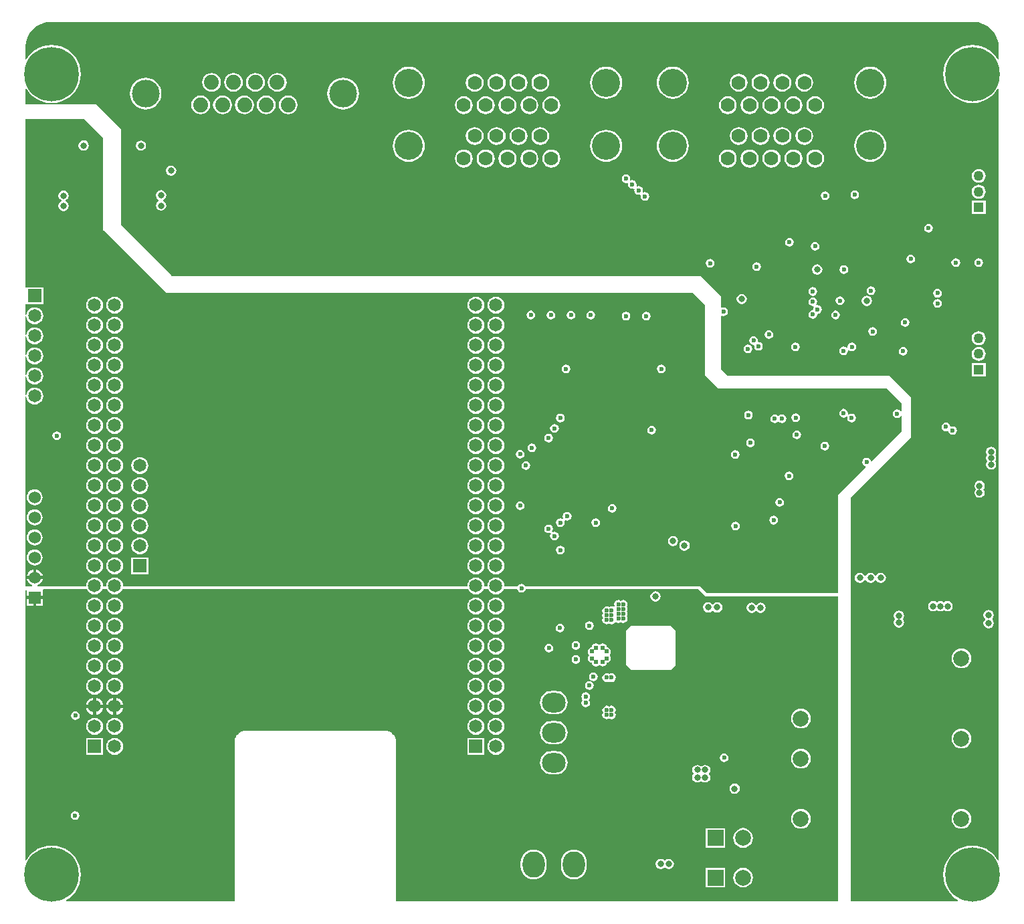
<source format=gbr>
%FSTAX23Y23*%
%MOIN*%
%SFA1B1*%

%IPPOS*%
%ADD53C,0.050000*%
%ADD54R,0.050000X0.050000*%
%ADD55C,0.140000*%
%ADD56C,0.070000*%
%ADD57C,0.078740*%
%ADD58R,0.065000X0.065000*%
%ADD59C,0.065000*%
%ADD60O,0.110236X0.129921*%
%ADD61O,0.118110X0.098425*%
%ADD62C,0.060000*%
%ADD63R,0.060000X0.060000*%
%ADD64R,0.078740X0.078740*%
%ADD65C,0.074409*%
%ADD66C,0.137795*%
%ADD67C,0.271654*%
%ADD68C,0.031496*%
%ADD69C,0.023622*%
%ADD70C,0.024000*%
%LNhardwarecontrollerpcb_copper_signal_2-1*%
%LPD*%
G36*
X04742Y04393D02*
X04759Y04391D01*
X04775Y04386*
X0479Y0438*
X04805Y04372*
X04818Y04361*
X0483Y0435*
X0484Y04336*
X04848Y04322*
X04855Y04306*
X04859Y0429*
X04861Y04274*
X04861Y04266*
Y04266*
Y04206*
X04856Y04205*
X04848Y04219*
X04833Y04236*
X04815Y04251*
X04796Y04263*
X04775Y04272*
X04753Y04277*
X0473Y04279*
X04707Y04277*
X04685Y04272*
X04664Y04263*
X04644Y04251*
X04627Y04236*
X04612Y04219*
X046Y042*
X04591Y04178*
X04586Y04156*
X04584Y04133*
X04586Y04111*
X04591Y04088*
X046Y04067*
X04612Y04048*
X04627Y0403*
X04644Y04015*
X04664Y04004*
X04685Y03995*
X04707Y03989*
X0473Y03988*
X04753Y03989*
X04775Y03995*
X04796Y04004*
X04815Y04015*
X04833Y0403*
X04848Y04048*
X04856Y04062*
X04861Y0406*
X04861Y00214*
X04856Y00213*
X04848Y00227*
X04833Y00244*
X04815Y00259*
X04796Y00271*
X04775Y0028*
X04753Y00285*
X0473Y00287*
X04707Y00285*
X04685Y0028*
X04664Y00271*
X04644Y00259*
X04627Y00244*
X04612Y00227*
X046Y00207*
X04591Y00186*
X04586Y00164*
X04584Y00141*
X04586Y00118*
X04591Y00096*
X046Y00075*
X04612Y00056*
X04627Y00038*
X04644Y00023*
X04658Y00015*
X04657Y0001*
X04125*
Y02021*
X04423Y02318*
Y02523*
X04316Y02629*
X03507*
X03476Y02661*
Y02927*
X0348Y02929*
X03481Y02928*
X0349Y02927*
X03498Y02928*
X03505Y02933*
X0351Y0294*
X03511Y02948*
X0351Y02957*
X03505Y02964*
X03498Y02968*
X0349Y0297*
X03481Y02968*
X0348Y02968*
X03476Y0297*
Y03025*
X03374Y03127*
X0074*
X00486Y03381*
X00486Y0386*
X00364Y03982*
X0001*
Y0406*
X00015Y04062*
X00023Y04048*
X00038Y0403*
X00056Y04015*
X00075Y04004*
X00096Y03995*
X00118Y03989*
X00141Y03988*
X00164Y03989*
X00186Y03995*
X00207Y04004*
X00227Y04015*
X00244Y0403*
X00259Y04048*
X00271Y04067*
X0028Y04088*
X00285Y04111*
X00287Y04133*
X00285Y04156*
X0028Y04178*
X00271Y042*
X00259Y04219*
X00244Y04236*
X00227Y04251*
X00207Y04263*
X00186Y04272*
X00164Y04277*
X00141Y04279*
X00118Y04277*
X00096Y04272*
X00075Y04263*
X00056Y04251*
X00038Y04236*
X00023Y04219*
X00015Y04205*
X0001Y04206*
Y04274*
X00012Y0429*
X00016Y04306*
X00023Y04322*
X00031Y04336*
X00041Y0435*
X00053Y04361*
X00066Y04372*
X00081Y0438*
X00096Y04386*
X00112Y04391*
X00129Y04393*
X00137*
X04734*
X04742*
G37*
G36*
X00397Y03816D02*
Y03356D01*
X00712Y03041*
X03338*
X03397Y02982*
X03397Y02633*
X03464Y02566*
X04303*
X04377Y02492*
Y02452*
X04372Y02451*
X04369Y02456*
X04362Y0246*
X04354Y02462*
X04346Y0246*
X04339Y02456*
X04334Y02449*
X04332Y0244*
X04334Y02432*
X04339Y02425*
X04346Y0242*
X04354Y02419*
X04362Y0242*
X04369Y02425*
X04372Y0243*
X04377Y02429*
Y02352*
X04228Y02202*
X04223Y02204*
X04222Y02207*
X04218Y02214*
X04211Y02218*
X04202Y0222*
X04194Y02218*
X04187Y02214*
X04182Y02207*
X04181Y02198*
X04182Y0219*
X04187Y02183*
X04194Y02178*
X04197Y02178*
X04198Y02173*
X04059Y02033*
Y01545*
X03407Y01545*
X03372Y0158*
X02501*
X02497Y01586*
X0249Y0159*
X02482Y01592*
X02473Y0159*
X02466Y01586*
X02463Y0158*
X02398*
X02398Y01581*
X02396Y01592*
X02392Y01602*
X02385Y01611*
X02377Y01617*
X02366Y01621*
X02355Y01623*
X02344Y01621*
X02334Y01617*
X02325Y01611*
X02319Y01602*
X02315Y01592*
X02313Y01581*
X02313Y0158*
X02298*
X02298Y01581*
X02296Y01592*
X02292Y01602*
X02285Y01611*
X02277Y01617*
X02266Y01621*
X02255Y01623*
X02244Y01621*
X02234Y01617*
X02225Y01611*
X02219Y01602*
X02215Y01592*
X02213Y01581*
X02213Y0158*
X00498*
X00498Y01581*
X00496Y01592*
X00492Y01602*
X00485Y01611*
X00477Y01617*
X00466Y01621*
X00455Y01623*
X00444Y01621*
X00434Y01617*
X00425Y01611*
X00419Y01602*
X00415Y01592*
X00413Y01581*
X00413Y0158*
X00398*
X00398Y01581*
X00396Y01592*
X00392Y01602*
X00385Y01611*
X00377Y01617*
X00366Y01621*
X00355Y01623*
X00344Y01621*
X00334Y01617*
X00325Y01611*
X00319Y01602*
X00315Y01592*
X00313Y01581*
X00313Y0158*
X00071*
X0007Y01585*
X00077Y01588*
X00085Y01595*
X00092Y01603*
X00096Y01613*
X00096Y01615*
X00057*
X00017*
X00018Y01613*
X00022Y01603*
X00028Y01595*
X00036Y01588*
X00044Y01585*
X00043Y0158*
X0001*
Y02524*
X00015Y02525*
X00016Y02517*
X0002Y02507*
X00027Y02498*
X00035Y02491*
X00046Y02487*
X00057Y02486*
X00068Y02487*
X00078Y02491*
X00087Y02498*
X00093Y02507*
X00097Y02517*
X00099Y02528*
X00097Y02539*
X00093Y02549*
X00087Y02558*
X00078Y02564*
X00068Y02569*
X00057Y0257*
X00046Y02569*
X00035Y02564*
X00027Y02558*
X0002Y02549*
X00016Y02539*
X00015Y02531*
X0001Y02531*
Y02624*
X00015Y02625*
X00016Y02617*
X0002Y02607*
X00027Y02598*
X00035Y02591*
X00046Y02587*
X00057Y02586*
X00068Y02587*
X00078Y02591*
X00087Y02598*
X00093Y02607*
X00097Y02617*
X00099Y02628*
X00097Y02639*
X00093Y02649*
X00087Y02658*
X00078Y02664*
X00068Y02669*
X00057Y0267*
X00046Y02669*
X00035Y02664*
X00027Y02658*
X0002Y02649*
X00016Y02639*
X00015Y02631*
X0001Y02631*
Y02724*
X00015Y02725*
X00016Y02717*
X0002Y02707*
X00027Y02698*
X00035Y02691*
X00046Y02687*
X00057Y02686*
X00068Y02687*
X00078Y02691*
X00087Y02698*
X00093Y02707*
X00097Y02717*
X00099Y02728*
X00097Y02739*
X00093Y02749*
X00087Y02758*
X00078Y02764*
X00068Y02769*
X00057Y0277*
X00046Y02769*
X00035Y02764*
X00027Y02758*
X0002Y02749*
X00016Y02739*
X00015Y02731*
X0001Y02731*
Y02824*
X00015Y02825*
X00016Y02817*
X0002Y02807*
X00027Y02798*
X00035Y02791*
X00046Y02787*
X00057Y02786*
X00068Y02787*
X00078Y02791*
X00087Y02798*
X00093Y02807*
X00097Y02817*
X00099Y02828*
X00097Y02839*
X00093Y02849*
X00087Y02858*
X00078Y02864*
X00068Y02869*
X00057Y0287*
X00046Y02869*
X00035Y02864*
X00027Y02858*
X0002Y02849*
X00016Y02839*
X00015Y02831*
X0001Y02831*
Y02924*
X00015Y02925*
X00016Y02917*
X0002Y02907*
X00027Y02898*
X00035Y02891*
X00046Y02887*
X00057Y02886*
X00068Y02887*
X00078Y02891*
X00087Y02898*
X00093Y02907*
X00097Y02917*
X00099Y02928*
X00097Y02939*
X00093Y02949*
X00087Y02958*
X00078Y02964*
X00068Y02969*
X00057Y0297*
X00046Y02969*
X00035Y02964*
X00027Y02958*
X0002Y02949*
X00016Y02939*
X00015Y02931*
X0001Y02931*
Y02986*
X00015Y02986*
X00015Y02986*
X00099*
Y0307*
X00015*
X00015*
X0001Y0307*
Y03909*
X00305*
X00397Y03816*
G37*
G36*
X03399Y01529D02*
X04059Y01529D01*
Y0001*
X01858*
Y00803*
X01858Y00803*
X01858Y00803*
X01858Y00808*
X01858Y00809*
Y00809*
X01856Y00818*
X01856Y00819*
X01855Y0082*
X01852Y00829*
X01851Y0083*
X01851Y00831*
X01846Y00838*
X01845Y00839*
X01844Y0084*
X01838Y00846*
X01837Y00847*
X01836Y00848*
X01829Y00853*
X01828Y00853*
X01827Y00854*
X01818Y00857*
X01817Y00857*
X01816Y00858*
X01807Y0086*
X01807*
X01806Y0086*
X01801Y0086*
X01801Y0086*
X01801Y0086*
X0111*
X01109Y0086*
X01109Y0086*
X01105Y0086*
X01104Y0086*
X01103*
X01094Y00858*
X01093Y00857*
X01092Y00857*
X01084Y00854*
X01083Y00853*
X01082Y00853*
X01074Y00848*
X01073Y00847*
X01073Y00846*
X01066Y0084*
X01065Y00839*
X01065Y00838*
X0106Y00831*
X01059Y0083*
X01059Y00829*
X01055Y0082*
X01055Y00819*
X01055Y00818*
X01053Y00809*
Y00809*
X01053Y00808*
X01052Y00803*
X01052Y00803*
X01052Y00803*
Y0001*
X00214*
X00213Y00015*
X00227Y00023*
X00244Y00038*
X00259Y00056*
X00271Y00075*
X0028Y00096*
X00285Y00118*
X00287Y00141*
X00285Y00164*
X0028Y00186*
X00271Y00207*
X00259Y00227*
X00244Y00244*
X00227Y00259*
X00207Y00271*
X00186Y0028*
X00164Y00285*
X00141Y00287*
X00118Y00285*
X00096Y0028*
X00075Y00271*
X00056Y00259*
X00038Y00244*
X00023Y00227*
X00015Y00213*
X0001Y00214*
Y0156*
X00012Y01562*
X00016Y0156*
X00017Y01559*
Y01531*
X00057*
X00097*
Y01559*
Y01563*
X00101Y01564*
X00317*
X00319Y01559*
X00325Y01551*
X00334Y01544*
X00344Y0154*
X00355Y01538*
X00366Y0154*
X00377Y01544*
X00385Y01551*
X00392Y01559*
X00394Y01564*
X00417*
X00419Y01559*
X00425Y01551*
X00434Y01544*
X00444Y0154*
X00455Y01538*
X00466Y0154*
X00477Y01544*
X00485Y01551*
X00492Y01559*
X00494Y01564*
X02217*
X02219Y01559*
X02225Y01551*
X02234Y01544*
X02244Y0154*
X02255Y01538*
X02266Y0154*
X02277Y01544*
X02285Y01551*
X02292Y01559*
X02294Y01564*
X02317*
X02319Y01559*
X02325Y01551*
X02334Y01544*
X02344Y0154*
X02355Y01538*
X02366Y0154*
X02377Y01544*
X02385Y01551*
X02392Y01559*
X02394Y01564*
X02461*
X02462Y01562*
X02466Y01555*
X02473Y0155*
X02482Y01549*
X0249Y0155*
X02497Y01555*
X02502Y01562*
X02502Y01564*
X03364*
X03399Y01529*
G37*
%LNhardwarecontrollerpcb_copper_signal_2-2*%
%LPC*%
G36*
X03892Y04135D02*
X0388Y04133D01*
X0387Y04129*
X0386Y04122*
X03853Y04112*
X03849Y04102*
X03847Y0409*
X03849Y04078*
X03853Y04068*
X0386Y04058*
X0387Y04051*
X0388Y04047*
X03892Y04045*
X03904Y04047*
X03914Y04051*
X03924Y04058*
X03931Y04068*
X03935Y04078*
X03937Y0409*
X03935Y04102*
X03931Y04112*
X03924Y04122*
X03914Y04129*
X03904Y04133*
X03892Y04135*
G37*
G36*
X03783D02*
X03771Y04133D01*
X03761Y04129*
X03751Y04122*
X03744Y04112*
X0374Y04102*
X03738Y0409*
X0374Y04078*
X03744Y04068*
X03751Y04058*
X03761Y04051*
X03771Y04047*
X03783Y04045*
X03795Y04047*
X03805Y04051*
X03815Y04058*
X03822Y04068*
X03826Y04078*
X03828Y0409*
X03826Y04102*
X03822Y04112*
X03815Y04122*
X03805Y04129*
X03795Y04133*
X03783Y04135*
G37*
G36*
X03674D02*
X03662Y04133D01*
X03652Y04129*
X03642Y04122*
X03635Y04112*
X03631Y04102*
X03629Y0409*
X03631Y04078*
X03635Y04068*
X03642Y04058*
X03652Y04051*
X03662Y04047*
X03674Y04045*
X03686Y04047*
X03696Y04051*
X03706Y04058*
X03713Y04068*
X03717Y04078*
X03719Y0409*
X03717Y04102*
X03713Y04112*
X03706Y04122*
X03696Y04129*
X03686Y04133*
X03674Y04135*
G37*
G36*
X03565D02*
X03553Y04133D01*
X03543Y04129*
X03533Y04122*
X03526Y04112*
X03522Y04102*
X0352Y0409*
X03522Y04078*
X03526Y04068*
X03533Y04058*
X03543Y04051*
X03553Y04047*
X03565Y04045*
X03577Y04047*
X03587Y04051*
X03597Y04058*
X03604Y04068*
X03608Y04078*
X0361Y0409*
X03608Y04102*
X03604Y04112*
X03597Y04122*
X03587Y04129*
X03577Y04133*
X03565Y04135*
G37*
G36*
X02576Y04135D02*
X02565Y04133D01*
X02554Y04129*
X02545Y04122*
X02538Y04112*
X02533Y04101*
X02532Y0409*
X02533Y04078*
X02538Y04067*
X02545Y04058*
X02554Y04051*
X02565Y04047*
X02576Y04045*
X02588Y04047*
X02599Y04051*
X02608Y04058*
X02615Y04067*
X0262Y04078*
X02621Y0409*
X0262Y04101*
X02615Y04112*
X02608Y04122*
X02599Y04129*
X02588Y04133*
X02576Y04135*
G37*
G36*
X02467D02*
X02456Y04133D01*
X02445Y04129*
X02436Y04122*
X02429Y04112*
X02424Y04101*
X02423Y0409*
X02424Y04078*
X02429Y04067*
X02436Y04058*
X02445Y04051*
X02456Y04047*
X02467Y04045*
X02479Y04047*
X0249Y04051*
X02499Y04058*
X02506Y04067*
X02511Y04078*
X02512Y0409*
X02511Y04101*
X02506Y04112*
X02499Y04122*
X0249Y04129*
X02479Y04133*
X02467Y04135*
G37*
G36*
X02358D02*
X02347Y04133D01*
X02336Y04129*
X02327Y04122*
X0232Y04112*
X02315Y04101*
X02314Y0409*
X02315Y04078*
X0232Y04067*
X02327Y04058*
X02336Y04051*
X02347Y04047*
X02358Y04045*
X0237Y04047*
X02381Y04051*
X0239Y04058*
X02397Y04067*
X02402Y04078*
X02403Y0409*
X02402Y04101*
X02397Y04112*
X0239Y04122*
X02381Y04129*
X0237Y04133*
X02358Y04135*
G37*
G36*
X02249D02*
X02238Y04133D01*
X02227Y04129*
X02218Y04122*
X02211Y04112*
X02206Y04101*
X02205Y0409*
X02206Y04078*
X02211Y04067*
X02218Y04058*
X02227Y04051*
X02238Y04047*
X02249Y04045*
X02261Y04047*
X02272Y04051*
X02281Y04058*
X02288Y04067*
X02293Y04078*
X02294Y0409*
X02293Y04101*
X02288Y04112*
X02281Y04122*
X02272Y04129*
X02261Y04133*
X02249Y04135*
G37*
G36*
X01265Y04138D02*
X01253Y04137D01*
X01242Y04132*
X01232Y04125*
X01224Y04115*
X0122Y04103*
X01218Y04091*
X0122Y04079*
X01224Y04068*
X01232Y04058*
X01242Y04051*
X01253Y04046*
X01265Y04044*
X01277Y04046*
X01289Y04051*
X01298Y04058*
X01306Y04068*
X01311Y04079*
X01312Y04091*
X01311Y04103*
X01306Y04115*
X01298Y04125*
X01289Y04132*
X01277Y04137*
X01265Y04138*
G37*
G36*
X01156D02*
X01144Y04137D01*
X01133Y04132*
X01123Y04125*
X01115Y04115*
X01111Y04103*
X01109Y04091*
X01111Y04079*
X01115Y04068*
X01123Y04058*
X01133Y04051*
X01144Y04046*
X01156Y04044*
X01168Y04046*
X0118Y04051*
X01189Y04058*
X01197Y04068*
X01202Y04079*
X01203Y04091*
X01202Y04103*
X01197Y04115*
X01189Y04125*
X0118Y04132*
X01168Y04137*
X01156Y04138*
G37*
G36*
X01047D02*
X01035Y04137D01*
X01024Y04132*
X01014Y04125*
X01006Y04115*
X01002Y04103*
X01Y04091*
X01002Y04079*
X01006Y04068*
X01014Y04058*
X01024Y04051*
X01035Y04046*
X01047Y04044*
X01059Y04046*
X01071Y04051*
X0108Y04058*
X01088Y04068*
X01092Y04079*
X01094Y04091*
X01092Y04103*
X01088Y04115*
X0108Y04125*
X01071Y04132*
X01059Y04137*
X01047Y04138*
G37*
G36*
X00938D02*
X00926Y04137D01*
X00914Y04132*
X00905Y04125*
X00897Y04115*
X00893Y04103*
X00891Y04091*
X00893Y04079*
X00897Y04068*
X00905Y04058*
X00914Y04051*
X00926Y04046*
X00938Y04044*
X0095Y04046*
X00962Y04051*
X00971Y04058*
X00979Y04068*
X00983Y04079*
X00985Y04091*
X00983Y04103*
X00979Y04115*
X00971Y04125*
X00962Y04132*
X0095Y04137*
X00938Y04138*
G37*
G36*
X0422Y0417D02*
X04205Y04168D01*
X0419Y04164*
X04176Y04156*
X04164Y04147*
X04154Y04134*
X04147Y04121*
X04142Y04106*
X04141Y0409*
X04142Y04074*
X04147Y0406*
X04154Y04046*
X04164Y04034*
X04176Y04024*
X0419Y04016*
X04205Y04012*
X0422Y0401*
X04236Y04012*
X04251Y04016*
X04265Y04024*
X04277Y04034*
X04287Y04046*
X04294Y0406*
X04299Y04074*
X043Y0409*
X04299Y04106*
X04294Y04121*
X04287Y04134*
X04277Y04147*
X04265Y04156*
X04251Y04164*
X04236Y04168*
X0422Y0417*
G37*
G36*
X03236D02*
X03221Y04168D01*
X03206Y04164*
X03192Y04156*
X0318Y04147*
X0317Y04134*
X03163Y04121*
X03158Y04106*
X03157Y0409*
X03158Y04074*
X03163Y0406*
X0317Y04046*
X0318Y04034*
X03192Y04024*
X03206Y04016*
X03221Y04012*
X03236Y0401*
X03252Y04012*
X03267Y04016*
X03281Y04024*
X03293Y04034*
X03303Y04046*
X0331Y0406*
X03315Y04074*
X03316Y0409*
X03315Y04106*
X0331Y04121*
X03303Y04134*
X03293Y04147*
X03281Y04156*
X03267Y04164*
X03252Y04168*
X03236Y0417*
G37*
G36*
X02905Y0417D02*
X02889Y04168D01*
X02874Y04164*
X02861Y04156*
X02848Y04146*
X02839Y04134*
X02831Y0412*
X02827Y04105*
X02825Y0409*
X02827Y04074*
X02831Y04059*
X02839Y04045*
X02848Y04033*
X02861Y04023*
X02874Y04016*
X02889Y04012*
X02905Y0401*
X0292Y04012*
X02935Y04016*
X02949Y04023*
X02961Y04033*
X02971Y04045*
X02979Y04059*
X02983Y04074*
X02985Y0409*
X02983Y04105*
X02979Y0412*
X02971Y04134*
X02961Y04146*
X02949Y04156*
X02935Y04164*
X0292Y04168*
X02905Y0417*
G37*
G36*
X01921D02*
X01905Y04168D01*
X0189Y04164*
X01877Y04156*
X01864Y04146*
X01855Y04134*
X01847Y0412*
X01843Y04105*
X01841Y0409*
X01843Y04074*
X01847Y04059*
X01855Y04045*
X01864Y04033*
X01877Y04023*
X0189Y04016*
X01905Y04012*
X01921Y0401*
X01936Y04012*
X01951Y04016*
X01965Y04023*
X01977Y04033*
X01987Y04045*
X01995Y04059*
X01999Y04074*
X02001Y0409*
X01999Y04105*
X01995Y0412*
X01987Y04134*
X01977Y04146*
X01965Y04156*
X01951Y04164*
X01936Y04168*
X01921Y0417*
G37*
G36*
X01594Y04114D02*
X01578Y04113D01*
X01564Y04108*
X0155Y04101*
X01538Y04091*
X01528Y04079*
X01521Y04066*
X01516Y04051*
X01515Y04035*
X01516Y0402*
X01521Y04005*
X01528Y03992*
X01538Y0398*
X0155Y0397*
X01564Y03963*
X01578Y03958*
X01594Y03957*
X01609Y03958*
X01624Y03963*
X01637Y0397*
X01649Y0398*
X01659Y03992*
X01666Y04005*
X01671Y0402*
X01672Y04035*
X01671Y04051*
X01666Y04066*
X01659Y04079*
X01649Y04091*
X01637Y04101*
X01624Y04108*
X01609Y04113*
X01594Y04114*
G37*
G36*
X00609D02*
X00594Y04113D01*
X00579Y04108*
X00566Y04101*
X00554Y04091*
X00544Y04079*
X00537Y04066*
X00532Y04051*
X00531Y04035*
X00532Y0402*
X00537Y04005*
X00544Y03992*
X00554Y0398*
X00566Y0397*
X00579Y03963*
X00594Y03958*
X00609Y03957*
X00625Y03958*
X0064Y03963*
X00653Y0397*
X00665Y0398*
X00675Y03992*
X00682Y04005*
X00687Y0402*
X00688Y04035*
X00687Y04051*
X00682Y04066*
X00675Y04079*
X00665Y04091*
X00653Y04101*
X0064Y04108*
X00625Y04113*
X00609Y04114*
G37*
G36*
X03946Y04023D02*
X03935Y04021D01*
X03924Y04017*
X03915Y0401*
X03908Y04*
X03903Y0399*
X03902Y03978*
X03903Y03966*
X03908Y03956*
X03915Y03946*
X03924Y03939*
X03935Y03935*
X03946Y03933*
X03958Y03935*
X03969Y03939*
X03978Y03946*
X03985Y03956*
X0399Y03966*
X03991Y03978*
X0399Y0399*
X03985Y04*
X03978Y0401*
X03969Y04017*
X03958Y04021*
X03946Y04023*
G37*
G36*
X03837D02*
X03826Y04021D01*
X03815Y04017*
X03806Y0401*
X03799Y04*
X03794Y0399*
X03793Y03978*
X03794Y03966*
X03799Y03956*
X03806Y03946*
X03815Y03939*
X03826Y03935*
X03837Y03933*
X03849Y03935*
X0386Y03939*
X03869Y03946*
X03876Y03956*
X03881Y03966*
X03882Y03978*
X03881Y0399*
X03876Y04*
X03869Y0401*
X0386Y04017*
X03849Y04021*
X03837Y04023*
G37*
G36*
X03728D02*
X03717Y04021D01*
X03706Y04017*
X03697Y0401*
X0369Y04*
X03685Y0399*
X03684Y03978*
X03685Y03966*
X0369Y03956*
X03697Y03946*
X03706Y03939*
X03717Y03935*
X03728Y03933*
X0374Y03935*
X03751Y03939*
X0376Y03946*
X03767Y03956*
X03772Y03966*
X03773Y03978*
X03772Y0399*
X03767Y04*
X0376Y0401*
X03751Y04017*
X0374Y04021*
X03728Y04023*
G37*
G36*
X03619D02*
X03608Y04021D01*
X03597Y04017*
X03588Y0401*
X03581Y04*
X03576Y0399*
X03575Y03978*
X03576Y03966*
X03581Y03956*
X03588Y03946*
X03597Y03939*
X03608Y03935*
X03619Y03933*
X03631Y03935*
X03642Y03939*
X03651Y03946*
X03658Y03956*
X03663Y03966*
X03664Y03978*
X03663Y0399*
X03658Y04*
X03651Y0401*
X03642Y04017*
X03631Y04021*
X03619Y04023*
G37*
G36*
X0351D02*
X03499Y04021D01*
X03488Y04017*
X03479Y0401*
X03472Y04*
X03467Y0399*
X03466Y03978*
X03467Y03966*
X03472Y03956*
X03479Y03946*
X03488Y03939*
X03499Y03935*
X0351Y03933*
X03522Y03935*
X03533Y03939*
X03542Y03946*
X03549Y03956*
X03554Y03966*
X03555Y03978*
X03554Y0399*
X03549Y04*
X03542Y0401*
X03533Y04017*
X03522Y04021*
X0351Y04023*
G37*
G36*
X02631Y04023D02*
X02619Y04021D01*
X02608Y04017*
X02599Y0401*
X02592Y04*
X02588Y03989*
X02586Y03978*
X02588Y03966*
X02592Y03955*
X02599Y03946*
X02608Y03939*
X02619Y03935*
X02631Y03933*
X02642Y03935*
X02653Y03939*
X02663Y03946*
X0267Y03955*
X02674Y03966*
X02676Y03978*
X02674Y03989*
X0267Y04*
X02663Y0401*
X02653Y04017*
X02642Y04021*
X02631Y04023*
G37*
G36*
X02522D02*
X0251Y04021D01*
X02499Y04017*
X0249Y0401*
X02483Y04*
X02479Y03989*
X02477Y03978*
X02479Y03966*
X02483Y03955*
X0249Y03946*
X02499Y03939*
X0251Y03935*
X02522Y03933*
X02533Y03935*
X02544Y03939*
X02554Y03946*
X02561Y03955*
X02565Y03966*
X02567Y03978*
X02565Y03989*
X02561Y04*
X02554Y0401*
X02544Y04017*
X02533Y04021*
X02522Y04023*
G37*
G36*
X02413D02*
X02401Y04021D01*
X0239Y04017*
X02381Y0401*
X02374Y04*
X0237Y03989*
X02368Y03978*
X0237Y03966*
X02374Y03955*
X02381Y03946*
X0239Y03939*
X02401Y03935*
X02413Y03933*
X02424Y03935*
X02435Y03939*
X02445Y03946*
X02452Y03955*
X02456Y03966*
X02458Y03978*
X02456Y03989*
X02452Y04*
X02445Y0401*
X02435Y04017*
X02424Y04021*
X02413Y04023*
G37*
G36*
X02304D02*
X02292Y04021D01*
X02281Y04017*
X02272Y0401*
X02265Y04*
X02261Y03989*
X02259Y03978*
X02261Y03966*
X02265Y03955*
X02272Y03946*
X02281Y03939*
X02292Y03935*
X02304Y03933*
X02315Y03935*
X02326Y03939*
X02336Y03946*
X02343Y03955*
X02347Y03966*
X02349Y03978*
X02347Y03989*
X02343Y04*
X02336Y0401*
X02326Y04017*
X02315Y04021*
X02304Y04023*
G37*
G36*
X02195D02*
X02183Y04021D01*
X02172Y04017*
X02163Y0401*
X02156Y04*
X02152Y03989*
X0215Y03978*
X02152Y03966*
X02156Y03955*
X02163Y03946*
X02172Y03939*
X02183Y03935*
X02195Y03933*
X02206Y03935*
X02217Y03939*
X02227Y03946*
X02234Y03955*
X02238Y03966*
X0224Y03978*
X02238Y03989*
X02234Y04*
X02227Y0401*
X02217Y04017*
X02206Y04021*
X02195Y04023*
G37*
G36*
X0132Y04027D02*
X01307Y04025D01*
X01296Y0402*
X01286Y04013*
X01279Y04003*
X01274Y03992*
X01273Y03979*
X01274Y03967*
X01279Y03956*
X01286Y03946*
X01296Y03939*
X01307Y03934*
X0132Y03932*
X01332Y03934*
X01343Y03939*
X01353Y03946*
X0136Y03956*
X01365Y03967*
X01367Y03979*
X01365Y03992*
X0136Y04003*
X01353Y04013*
X01343Y0402*
X01332Y04025*
X0132Y04027*
G37*
G36*
X01211D02*
X01198Y04025D01*
X01187Y0402*
X01177Y04013*
X0117Y04003*
X01165Y03992*
X01164Y03979*
X01165Y03967*
X0117Y03956*
X01177Y03946*
X01187Y03939*
X01198Y03934*
X01211Y03932*
X01223Y03934*
X01234Y03939*
X01244Y03946*
X01251Y03956*
X01256Y03967*
X01258Y03979*
X01256Y03992*
X01251Y04003*
X01244Y04013*
X01234Y0402*
X01223Y04025*
X01211Y04027*
G37*
G36*
X01102D02*
X01089Y04025D01*
X01078Y0402*
X01068Y04013*
X01061Y04003*
X01056Y03992*
X01055Y03979*
X01056Y03967*
X01061Y03956*
X01068Y03946*
X01078Y03939*
X01089Y03934*
X01102Y03932*
X01114Y03934*
X01125Y03939*
X01135Y03946*
X01142Y03956*
X01147Y03967*
X01149Y03979*
X01147Y03992*
X01142Y04003*
X01135Y04013*
X01125Y0402*
X01114Y04025*
X01102Y04027*
G37*
G36*
X00993D02*
X0098Y04025D01*
X00969Y0402*
X00959Y04013*
X00952Y04003*
X00947Y03992*
X00945Y03979*
X00947Y03967*
X00952Y03956*
X00959Y03946*
X00969Y03939*
X0098Y03934*
X00993Y03932*
X01005Y03934*
X01016Y03939*
X01026Y03946*
X01033Y03956*
X01038Y03967*
X0104Y03979*
X01038Y03992*
X01033Y04003*
X01026Y04013*
X01016Y0402*
X01005Y04025*
X00993Y04027*
G37*
G36*
X00883D02*
X00871Y04025D01*
X0086Y0402*
X0085Y04013*
X00843Y04003*
X00838Y03992*
X00836Y03979*
X00838Y03967*
X00843Y03956*
X0085Y03946*
X0086Y03939*
X00871Y03934*
X00883Y03932*
X00896Y03934*
X00907Y03939*
X00917Y03946*
X00924Y03956*
X00929Y03967*
X00931Y03979*
X00929Y03992*
X00924Y04003*
X00917Y04013*
X00907Y0402*
X00896Y04025*
X00883Y04027*
G37*
G36*
X03892Y03869D02*
X0388Y03867D01*
X0387Y03863*
X0386Y03856*
X03853Y03846*
X03849Y03836*
X03847Y03824*
X03849Y03812*
X03853Y03802*
X0386Y03792*
X0387Y03785*
X0388Y03781*
X03892Y03779*
X03904Y03781*
X03914Y03785*
X03924Y03792*
X03931Y03802*
X03935Y03812*
X03937Y03824*
X03935Y03836*
X03931Y03846*
X03924Y03856*
X03914Y03863*
X03904Y03867*
X03892Y03869*
G37*
G36*
X03783D02*
X03771Y03867D01*
X03761Y03863*
X03751Y03856*
X03744Y03846*
X0374Y03836*
X03738Y03824*
X0374Y03812*
X03744Y03802*
X03751Y03792*
X03761Y03785*
X03771Y03781*
X03783Y03779*
X03795Y03781*
X03805Y03785*
X03815Y03792*
X03822Y03802*
X03826Y03812*
X03828Y03824*
X03826Y03836*
X03822Y03846*
X03815Y03856*
X03805Y03863*
X03795Y03867*
X03783Y03869*
G37*
G36*
X03674D02*
X03662Y03867D01*
X03652Y03863*
X03642Y03856*
X03635Y03846*
X03631Y03836*
X03629Y03824*
X03631Y03812*
X03635Y03802*
X03642Y03792*
X03652Y03785*
X03662Y03781*
X03674Y03779*
X03686Y03781*
X03696Y03785*
X03706Y03792*
X03713Y03802*
X03717Y03812*
X03719Y03824*
X03717Y03836*
X03713Y03846*
X03706Y03856*
X03696Y03863*
X03686Y03867*
X03674Y03869*
G37*
G36*
X03565D02*
X03553Y03867D01*
X03543Y03863*
X03533Y03856*
X03526Y03846*
X03522Y03836*
X0352Y03824*
X03522Y03812*
X03526Y03802*
X03533Y03792*
X03543Y03785*
X03553Y03781*
X03565Y03779*
X03577Y03781*
X03587Y03785*
X03597Y03792*
X03604Y03802*
X03608Y03812*
X0361Y03824*
X03608Y03836*
X03604Y03846*
X03597Y03856*
X03587Y03863*
X03577Y03867*
X03565Y03869*
G37*
G36*
X02576Y03869D02*
X02565Y03867D01*
X02554Y03863*
X02545Y03856*
X02538Y03846*
X02533Y03835*
X02532Y03824*
X02533Y03812*
X02538Y03801*
X02545Y03792*
X02554Y03785*
X02565Y03781*
X02576Y03779*
X02588Y03781*
X02599Y03785*
X02608Y03792*
X02615Y03801*
X0262Y03812*
X02621Y03824*
X0262Y03835*
X02615Y03846*
X02608Y03856*
X02599Y03863*
X02588Y03867*
X02576Y03869*
G37*
G36*
X02467D02*
X02456Y03867D01*
X02445Y03863*
X02436Y03856*
X02429Y03846*
X02424Y03835*
X02423Y03824*
X02424Y03812*
X02429Y03801*
X02436Y03792*
X02445Y03785*
X02456Y03781*
X02467Y03779*
X02479Y03781*
X0249Y03785*
X02499Y03792*
X02506Y03801*
X02511Y03812*
X02512Y03824*
X02511Y03835*
X02506Y03846*
X02499Y03856*
X0249Y03863*
X02479Y03867*
X02467Y03869*
G37*
G36*
X02358D02*
X02347Y03867D01*
X02336Y03863*
X02327Y03856*
X0232Y03846*
X02315Y03835*
X02314Y03824*
X02315Y03812*
X0232Y03801*
X02327Y03792*
X02336Y03785*
X02347Y03781*
X02358Y03779*
X0237Y03781*
X02381Y03785*
X0239Y03792*
X02397Y03801*
X02402Y03812*
X02403Y03824*
X02402Y03835*
X02397Y03846*
X0239Y03856*
X02381Y03863*
X0237Y03867*
X02358Y03869*
G37*
G36*
X02249D02*
X02238Y03867D01*
X02227Y03863*
X02218Y03856*
X02211Y03846*
X02206Y03835*
X02205Y03824*
X02206Y03812*
X02211Y03801*
X02218Y03792*
X02227Y03785*
X02238Y03781*
X02249Y03779*
X02261Y03781*
X02272Y03785*
X02281Y03792*
X02288Y03801*
X02293Y03812*
X02294Y03824*
X02293Y03835*
X02288Y03846*
X02281Y03856*
X02272Y03863*
X02261Y03867*
X02249Y03869*
G37*
G36*
X00586Y03802D02*
X00576Y038D01*
X00567Y03795*
X00562Y03786*
X0056Y03777*
X00562Y03767*
X00567Y03758*
X00576Y03753*
X00586Y03751*
X00595Y03753*
X00604Y03758*
X00609Y03767*
X00611Y03777*
X00609Y03786*
X00604Y03795*
X00595Y038*
X00586Y03802*
G37*
G36*
X0422Y03855D02*
X04205Y03853D01*
X0419Y03849*
X04176Y03841*
X04164Y03832*
X04154Y03819*
X04147Y03806*
X04142Y03791*
X04141Y03775*
X04142Y03759*
X04147Y03745*
X04154Y03731*
X04164Y03719*
X04176Y03709*
X0419Y03701*
X04205Y03697*
X0422Y03695*
X04236Y03697*
X04251Y03701*
X04265Y03709*
X04277Y03719*
X04287Y03731*
X04294Y03745*
X04299Y03759*
X043Y03775*
X04299Y03791*
X04294Y03806*
X04287Y03819*
X04277Y03832*
X04265Y03841*
X04251Y03849*
X04236Y03853*
X0422Y03855*
G37*
G36*
X03236D02*
X03221Y03853D01*
X03206Y03849*
X03192Y03841*
X0318Y03832*
X0317Y03819*
X03163Y03806*
X03158Y03791*
X03157Y03775*
X03158Y03759*
X03163Y03745*
X0317Y03731*
X0318Y03719*
X03192Y03709*
X03206Y03701*
X03221Y03697*
X03236Y03695*
X03252Y03697*
X03267Y03701*
X03281Y03709*
X03293Y03719*
X03303Y03731*
X0331Y03745*
X03315Y03759*
X03316Y03775*
X03315Y03791*
X0331Y03806*
X03303Y03819*
X03293Y03832*
X03281Y03841*
X03267Y03849*
X03252Y03853*
X03236Y03855*
G37*
G36*
X02905Y03855D02*
X02889Y03853D01*
X02874Y03849*
X02861Y03841*
X02848Y03831*
X02839Y03819*
X02831Y03805*
X02827Y0379*
X02825Y03775*
X02827Y03759*
X02831Y03744*
X02839Y0373*
X02848Y03718*
X02861Y03708*
X02874Y03701*
X02889Y03697*
X02905Y03695*
X0292Y03697*
X02935Y03701*
X02949Y03708*
X02961Y03718*
X02971Y0373*
X02979Y03744*
X02983Y03759*
X02985Y03775*
X02983Y0379*
X02979Y03805*
X02971Y03819*
X02961Y03831*
X02949Y03841*
X02935Y03849*
X0292Y03853*
X02905Y03855*
G37*
G36*
X01921D02*
X01905Y03853D01*
X0189Y03849*
X01877Y03841*
X01864Y03831*
X01855Y03819*
X01847Y03805*
X01843Y0379*
X01841Y03775*
X01843Y03759*
X01847Y03744*
X01855Y0373*
X01864Y03718*
X01877Y03708*
X0189Y03701*
X01905Y03697*
X01921Y03695*
X01936Y03697*
X01951Y03701*
X01965Y03708*
X01977Y03718*
X01987Y0373*
X01995Y03744*
X01999Y03759*
X02001Y03775*
X01999Y0379*
X01995Y03805*
X01987Y03819*
X01977Y03831*
X01965Y03841*
X01951Y03849*
X01936Y03853*
X01921Y03855*
G37*
G36*
X03946Y03757D02*
X03935Y03755D01*
X03924Y03751*
X03915Y03744*
X03908Y03734*
X03903Y03724*
X03902Y03712*
X03903Y037*
X03908Y0369*
X03915Y0368*
X03924Y03673*
X03935Y03669*
X03946Y03667*
X03958Y03669*
X03969Y03673*
X03978Y0368*
X03985Y0369*
X0399Y037*
X03991Y03712*
X0399Y03724*
X03985Y03734*
X03978Y03744*
X03969Y03751*
X03958Y03755*
X03946Y03757*
G37*
G36*
X03837D02*
X03826Y03755D01*
X03815Y03751*
X03806Y03744*
X03799Y03734*
X03794Y03724*
X03793Y03712*
X03794Y037*
X03799Y0369*
X03806Y0368*
X03815Y03673*
X03826Y03669*
X03837Y03667*
X03849Y03669*
X0386Y03673*
X03869Y0368*
X03876Y0369*
X03881Y037*
X03882Y03712*
X03881Y03724*
X03876Y03734*
X03869Y03744*
X0386Y03751*
X03849Y03755*
X03837Y03757*
G37*
G36*
X03728D02*
X03717Y03755D01*
X03706Y03751*
X03697Y03744*
X0369Y03734*
X03685Y03724*
X03684Y03712*
X03685Y037*
X0369Y0369*
X03697Y0368*
X03706Y03673*
X03717Y03669*
X03728Y03667*
X0374Y03669*
X03751Y03673*
X0376Y0368*
X03767Y0369*
X03772Y037*
X03773Y03712*
X03772Y03724*
X03767Y03734*
X0376Y03744*
X03751Y03751*
X0374Y03755*
X03728Y03757*
G37*
G36*
X03619D02*
X03608Y03755D01*
X03597Y03751*
X03588Y03744*
X03581Y03734*
X03576Y03724*
X03575Y03712*
X03576Y037*
X03581Y0369*
X03588Y0368*
X03597Y03673*
X03608Y03669*
X03619Y03667*
X03631Y03669*
X03642Y03673*
X03651Y0368*
X03658Y0369*
X03663Y037*
X03664Y03712*
X03663Y03724*
X03658Y03734*
X03651Y03744*
X03642Y03751*
X03631Y03755*
X03619Y03757*
G37*
G36*
X0351D02*
X03499Y03755D01*
X03488Y03751*
X03479Y03744*
X03472Y03734*
X03467Y03724*
X03466Y03712*
X03467Y037*
X03472Y0369*
X03479Y0368*
X03488Y03673*
X03499Y03669*
X0351Y03667*
X03522Y03669*
X03533Y03673*
X03542Y0368*
X03549Y0369*
X03554Y037*
X03555Y03712*
X03554Y03724*
X03549Y03734*
X03542Y03744*
X03533Y03751*
X03522Y03755*
X0351Y03757*
G37*
G36*
X02631Y03757D02*
X02619Y03755D01*
X02608Y03751*
X02599Y03744*
X02592Y03734*
X02588Y03723*
X02586Y03712*
X02588Y037*
X02592Y03689*
X02599Y0368*
X02608Y03673*
X02619Y03669*
X02631Y03667*
X02642Y03669*
X02653Y03673*
X02663Y0368*
X0267Y03689*
X02674Y037*
X02676Y03712*
X02674Y03723*
X0267Y03734*
X02663Y03744*
X02653Y03751*
X02642Y03755*
X02631Y03757*
G37*
G36*
X02522D02*
X0251Y03755D01*
X02499Y03751*
X0249Y03744*
X02483Y03734*
X02479Y03723*
X02477Y03712*
X02479Y037*
X02483Y03689*
X0249Y0368*
X02499Y03673*
X0251Y03669*
X02522Y03667*
X02533Y03669*
X02544Y03673*
X02554Y0368*
X02561Y03689*
X02565Y037*
X02567Y03712*
X02565Y03723*
X02561Y03734*
X02554Y03744*
X02544Y03751*
X02533Y03755*
X02522Y03757*
G37*
G36*
X02413D02*
X02401Y03755D01*
X0239Y03751*
X02381Y03744*
X02374Y03734*
X0237Y03723*
X02368Y03712*
X0237Y037*
X02374Y03689*
X02381Y0368*
X0239Y03673*
X02401Y03669*
X02413Y03667*
X02424Y03669*
X02435Y03673*
X02445Y0368*
X02452Y03689*
X02456Y037*
X02458Y03712*
X02456Y03723*
X02452Y03734*
X02445Y03744*
X02435Y03751*
X02424Y03755*
X02413Y03757*
G37*
G36*
X02304D02*
X02292Y03755D01*
X02281Y03751*
X02272Y03744*
X02265Y03734*
X02261Y03723*
X02259Y03712*
X02261Y037*
X02265Y03689*
X02272Y0368*
X02281Y03673*
X02292Y03669*
X02304Y03667*
X02315Y03669*
X02326Y03673*
X02336Y0368*
X02343Y03689*
X02347Y037*
X02349Y03712*
X02347Y03723*
X02343Y03734*
X02336Y03744*
X02326Y03751*
X02315Y03755*
X02304Y03757*
G37*
G36*
X02195D02*
X02183Y03755D01*
X02172Y03751*
X02163Y03744*
X02156Y03734*
X02152Y03723*
X0215Y03712*
X02152Y037*
X02156Y03689*
X02163Y0368*
X02172Y03673*
X02183Y03669*
X02195Y03667*
X02206Y03669*
X02217Y03673*
X02227Y0368*
X02234Y03689*
X02238Y037*
X0224Y03712*
X02238Y03723*
X02234Y03734*
X02227Y03744*
X02217Y03751*
X02206Y03755*
X02195Y03757*
G37*
G36*
X00736Y03677D02*
X00726Y03675D01*
X00718Y0367*
X00712Y03661*
X00711Y03652*
X00712Y03642*
X00718Y03633*
X00726Y03628*
X00736Y03626*
X00746Y03628*
X00754Y03633*
X0076Y03642*
X00762Y03652*
X0076Y03661*
X00754Y0367*
X00746Y03675*
X00736Y03677*
G37*
G36*
X04761Y0366D02*
X04752Y03659D01*
X04744Y03656*
X04737Y0365*
X04731Y03643*
X04728Y03634*
X04727Y03625*
X04728Y03616*
X04731Y03608*
X04737Y03601*
X04744Y03595*
X04752Y03592*
X04761Y03591*
X0477Y03592*
X04779Y03595*
X04786Y03601*
X04791Y03608*
X04795Y03616*
X04796Y03625*
X04795Y03634*
X04791Y03643*
X04786Y0365*
X04779Y03656*
X0477Y03659*
X04761Y0366*
G37*
G36*
Y03581D02*
X04752Y0358D01*
X04744Y03577*
X04737Y03571*
X04731Y03564*
X04728Y03556*
X04727Y03547*
X04728Y03538*
X04731Y03529*
X04737Y03522*
X04744Y03517*
X04752Y03513*
X04761Y03512*
X0477Y03513*
X04779Y03517*
X04786Y03522*
X04791Y03529*
X04795Y03538*
X04796Y03547*
X04795Y03556*
X04791Y03564*
X04786Y03571*
X04779Y03577*
X0477Y0358*
X04761Y03581*
G37*
G36*
X04143Y03553D02*
X04135Y03551D01*
X04128Y03546*
X04123Y03539*
X04122Y03531*
X04123Y03523*
X04128Y03516*
X04135Y03511*
X04143Y03509*
X04151Y03511*
X04159Y03516*
X04163Y03523*
X04165Y03531*
X04163Y03539*
X04159Y03546*
X04151Y03551*
X04143Y03553*
G37*
G36*
X03996Y03549D02*
X03987Y03547D01*
X0398Y03542*
X03976Y03535*
X03974Y03527*
X03976Y03519*
X0398Y03512*
X03987Y03507*
X03996Y03505*
X04004Y03507*
X04011Y03512*
X04016Y03519*
X04017Y03527*
X04016Y03535*
X04011Y03542*
X04004Y03547*
X03996Y03549*
G37*
G36*
X03003Y03633D02*
X02995Y03632D01*
X02988Y03627*
X02983Y0362*
X02982Y03612*
X02983Y03603*
X02988Y03596*
X02995Y03592*
X03003Y0359*
X0301Y03591*
X03014Y03588*
X03014Y03587*
X03013Y03582*
X03015Y03574*
X0302Y03567*
X03027Y03562*
X03035Y03561*
X03041Y03562*
X03045Y03559*
X03046Y03558*
X03045Y03553*
X03046Y03544*
X03051Y03537*
X03058Y03533*
X03066Y03531*
X03073Y03532*
X03077Y03529*
X03077Y03528*
X03076Y03523*
X03078Y03515*
X03083Y03508*
X0309Y03503*
X03098Y03501*
X03106Y03503*
X03113Y03508*
X03118Y03515*
X0312Y03523*
X03118Y03531*
X03113Y03538*
X03106Y03543*
X03098Y03545*
X03091Y03543*
X03088Y03546*
X03087Y03547*
X03088Y03553*
X03086Y03561*
X03082Y03568*
X03075Y03573*
X03066Y03574*
X0306Y03573*
X03056Y03576*
X03056Y03577*
X03057Y03582*
X03055Y0359*
X0305Y03598*
X03043Y03602*
X03035Y03604*
X03028Y03603*
X03025Y03605*
X03024Y03606*
X03025Y03612*
X03023Y0362*
X03019Y03627*
X03012Y03632*
X03003Y03633*
G37*
G36*
X00686Y03554D02*
X00676Y03552D01*
X00668Y03547*
X00662Y03538*
X0066Y03529*
X00662Y03519*
X00668Y0351*
X00675Y03506*
X00675Y03505*
Y03501*
X00675Y035*
X00668Y03496*
X00662Y03487*
X0066Y03477*
X00662Y03468*
X00668Y03459*
X00676Y03454*
X00686Y03452*
X00696Y03454*
X00704Y03459*
X0071Y03468*
X00712Y03477*
X0071Y03487*
X00704Y03496*
X00697Y035*
X00697Y03501*
Y03505*
X00697Y03506*
X00704Y0351*
X0071Y03519*
X00712Y03529*
X0071Y03538*
X00704Y03547*
X00696Y03552*
X00686Y03554*
G37*
G36*
X04796Y03502D02*
X04727D01*
Y03434*
X04796*
Y03502*
G37*
G36*
X04511Y03387D02*
X04503Y03385D01*
X04496Y0338*
X04491Y03373*
X04489Y03365*
X04491Y03357*
X04496Y0335*
X04503Y03345*
X04511Y03343*
X04519Y03345*
X04526Y0335*
X04531Y03357*
X04533Y03365*
X04531Y03373*
X04526Y0338*
X04519Y03385*
X04511Y03387*
G37*
G36*
X03818Y03316D02*
X0381Y03315D01*
X03803Y0331*
X03798Y03303*
X03797Y03295*
X03798Y03286*
X03803Y03279*
X0381Y03275*
X03818Y03273*
X03827Y03275*
X03834Y03279*
X03838Y03286*
X0384Y03295*
X03838Y03303*
X03834Y0331*
X03827Y03315*
X03818Y03316*
G37*
G36*
X03946Y03296D02*
X03938Y03295D01*
X03931Y0329*
X03926Y03283*
X03924Y03275*
X03926Y03266*
X03931Y03259*
X03938Y03255*
X03946Y03253*
X03954Y03255*
X03961Y03259*
X03966Y03266*
X03968Y03275*
X03966Y03283*
X03961Y0329*
X03954Y03295*
X03946Y03296*
G37*
G36*
X04422Y03233D02*
X04414Y03232D01*
X04407Y03227*
X04402Y0322*
X04401Y03212*
X04402Y03203*
X04407Y03196*
X04414Y03192*
X04422Y0319*
X04431Y03192*
X04438Y03196*
X04442Y03203*
X04444Y03212*
X04442Y0322*
X04438Y03227*
X04431Y03232*
X04422Y03233*
G37*
G36*
X04647Y03214D02*
X04639Y03212D01*
X04632Y03208*
X04627Y03201*
X04625Y03192*
X04627Y03184*
X04632Y03177*
X04639Y03172*
X04647Y03171*
X04655Y03172*
X04662Y03177*
X04667Y03184*
X04669Y03192*
X04667Y03201*
X04662Y03208*
X04655Y03212*
X04647Y03214*
G37*
G36*
X04761D02*
X04753Y03212D01*
X04746Y03208*
X04741Y03201*
X0474Y03192*
X04741Y03184*
X04746Y03177*
X04753Y03172*
X04761Y03171*
X0477Y03172*
X04777Y03177*
X04781Y03184*
X04783Y03192*
X04781Y03201*
X04777Y03208*
X0477Y03212*
X04761Y03214*
G37*
G36*
X03423Y03212D02*
X03414Y0321D01*
X03407Y03206*
X03403Y03199*
X03401Y0319*
X03403Y03182*
X03407Y03175*
X03414Y0317*
X03423Y03169*
X03431Y0317*
X03438Y03175*
X03443Y03182*
X03444Y0319*
X03443Y03199*
X03438Y03206*
X03431Y0321*
X03423Y03212*
G37*
G36*
X03655Y03194D02*
X03647Y03193D01*
X0364Y03188*
X03635Y03181*
X03633Y03173*
X03635Y03164*
X0364Y03157*
X03647Y03153*
X03655Y03151*
X03663Y03153*
X0367Y03157*
X03675Y03164*
X03677Y03173*
X03675Y03181*
X0367Y03188*
X03663Y03193*
X03655Y03194*
G37*
G36*
X0409Y0318D02*
X04081Y03179D01*
X04074Y03174*
X0407Y03167*
X04068Y03159*
X0407Y0315*
X04074Y03143*
X04081Y03139*
X0409Y03137*
X04098Y03139*
X04105Y03143*
X0411Y0315*
X04111Y03159*
X0411Y03167*
X04105Y03174*
X04098Y03179*
X0409Y0318*
G37*
G36*
X03956Y03184D02*
X03946Y03182D01*
X03938Y03177*
X03932Y03168*
X0393Y03158*
X03932Y03149*
X03938Y0314*
X03946Y03135*
X03956Y03133*
X03966Y03135*
X03974Y0314*
X0398Y03149*
X03982Y03158*
X0398Y03168*
X03974Y03177*
X03966Y03182*
X03956Y03184*
G37*
G36*
X04225Y03074D02*
X04217Y03072D01*
X0421Y03068*
X04205Y03061*
X04204Y03052*
X04205Y03044*
X0421Y03037*
X04217Y03032*
X04225Y03031*
X04234Y03032*
X04241Y03037*
X04245Y03044*
X04247Y03052*
X04245Y03061*
X04241Y03068*
X04234Y03072*
X04225Y03074*
G37*
G36*
X03934Y03071D02*
X03926Y03069D01*
X03919Y03064*
X03914Y03057*
X03913Y03049*
X03914Y03041*
X03919Y03034*
X03926Y03029*
X03934Y03027*
X03943Y03029*
X0395Y03034*
X03954Y03041*
X03956Y03049*
X03954Y03057*
X0395Y03064*
X03943Y03069*
X03934Y03071*
G37*
G36*
X04556Y03062D02*
X04548Y03061D01*
X04541Y03056*
X04536Y03049*
X04534Y03041*
X04536Y03032*
X04541Y03025*
X04548Y0302*
X04556Y03019*
X04564Y0302*
X04571Y03025*
X04576Y03032*
X04578Y03041*
X04576Y03049*
X04571Y03056*
X04564Y03061*
X04556Y03062*
G37*
G36*
X0358Y03037D02*
X0357Y03035D01*
X03562Y0303*
X03556Y03022*
X03554Y03012*
X03556Y03002*
X03562Y02994*
X0357Y02988*
X0358Y02986*
X0359Y02988*
X03598Y02994*
X03604Y03002*
X03606Y03012*
X03604Y03022*
X03598Y0303*
X0359Y03035*
X0358Y03037*
G37*
G36*
X0407Y03025D02*
X04062Y03023D01*
X04055Y03018*
X0405Y03011*
X04048Y03003*
X0405Y02995*
X04055Y02988*
X04062Y02983*
X0407Y02981*
X04078Y02983*
X04085Y02988*
X0409Y02995*
X04092Y03003*
X0409Y03011*
X04085Y03018*
X04078Y03023*
X0407Y03025*
G37*
G36*
X04204Y03029D02*
X04194Y03027D01*
X04186Y03021*
X0418Y03013*
X04178Y03003*
X0418Y02993*
X04186Y02985*
X04194Y02979*
X04204Y02977*
X04214Y02979*
X04222Y02985*
X04228Y02993*
X0423Y03003*
X04228Y03013*
X04222Y03021*
X04214Y03027*
X04204Y03029*
G37*
G36*
X04556Y03011D02*
X04548Y03009D01*
X04541Y03005*
X04536Y02998*
X04534Y02989*
X04536Y02981*
X04541Y02974*
X04548Y02969*
X04556Y02968*
X04564Y02969*
X04571Y02974*
X04576Y02981*
X04578Y02989*
X04576Y02998*
X04571Y03005*
X04564Y03009*
X04556Y03011*
G37*
G36*
X03934Y0302D02*
X03926Y03018D01*
X03919Y03013*
X03914Y03006*
X03913Y02998*
X03914Y0299*
X03919Y02983*
X03926Y02978*
X03934Y02976*
X03938Y02977*
X03941Y02972*
X03938Y02968*
X03936Y02961*
X03935Y02959*
X03932Y02955*
X03926Y02954*
X03919Y0295*
X03914Y02943*
X03912Y02934*
X03914Y02926*
X03919Y02919*
X03926Y02914*
X03934Y02913*
X03942Y02914*
X03949Y02919*
X03954Y02926*
X03956Y02933*
X03956Y02935*
X0396Y02938*
X03966Y0294*
X03973Y02944*
X03978Y02951*
X03979Y0296*
X03978Y02968*
X03973Y02975*
X03966Y0298*
X03958Y02981*
X03954Y02981*
X03951Y02985*
X03954Y0299*
X03956Y02998*
X03954Y03006*
X0395Y03013*
X03943Y03018*
X03934Y0302*
G37*
G36*
X04048Y02954D02*
X0404Y02952D01*
X04033Y02947*
X04028Y0294*
X04027Y02932*
X04028Y02924*
X04033Y02917*
X0404Y02912*
X04048Y0291*
X04057Y02912*
X04064Y02917*
X04068Y02924*
X0407Y02932*
X04068Y0294*
X04064Y02947*
X04057Y02952*
X04048Y02954*
G37*
G36*
X04395Y02917D02*
X04386Y02915D01*
X04379Y0291*
X04375Y02903*
X04373Y02895*
X04375Y02887*
X04379Y0288*
X04386Y02875*
X04395Y02873*
X04403Y02875*
X0441Y0288*
X04415Y02887*
X04416Y02895*
X04415Y02903*
X0441Y0291*
X04403Y02915*
X04395Y02917*
G37*
G36*
X04232Y02872D02*
X04223Y0287D01*
X04216Y02865*
X04212Y02858*
X0421Y0285*
X04212Y02842*
X04216Y02835*
X04223Y0283*
X04232Y02828*
X0424Y0283*
X04247Y02835*
X04252Y02842*
X04253Y0285*
X04252Y02858*
X04247Y02865*
X0424Y0287*
X04232Y02872*
G37*
G36*
X03716Y02855D02*
X03707Y02854D01*
X037Y02849*
X03696Y02842*
X03694Y02834*
X03696Y02826*
X037Y02818*
X03707Y02814*
X03716Y02812*
X03724Y02814*
X03731Y02818*
X03736Y02826*
X03737Y02834*
X03736Y02842*
X03731Y02849*
X03724Y02854*
X03716Y02855*
G37*
G36*
X04761Y02851D02*
X04752Y0285D01*
X04744Y02847*
X04737Y02841*
X04731Y02834*
X04728Y02825*
X04727Y02816*
X04728Y02807*
X04731Y02799*
X04737Y02792*
X04744Y02786*
X04752Y02783*
X04761Y02782*
X0477Y02783*
X04779Y02786*
X04786Y02792*
X04791Y02799*
X04795Y02807*
X04796Y02816*
X04795Y02825*
X04791Y02834*
X04786Y02841*
X04779Y02847*
X0477Y0285*
X04761Y02851*
G37*
G36*
X04129Y02795D02*
X04121Y02793D01*
X04114Y02788*
X04109Y02781*
X04108Y02773*
X04109Y02769*
X04104Y02767*
X04103Y02768*
X04096Y02773*
X04088Y02775*
X04079Y02773*
X04072Y02768*
X04068Y02761*
X04066Y02753*
X04068Y02745*
X04072Y02738*
X04079Y02733*
X04088Y02731*
X04096Y02733*
X04103Y02738*
X04108Y02745*
X04109Y02753*
X04109Y02757*
X04113Y02759*
X04114Y02758*
X04121Y02753*
X04129Y02751*
X04138Y02753*
X04145Y02758*
X04149Y02765*
X04151Y02773*
X04149Y02781*
X04145Y02788*
X04138Y02793*
X04129Y02795*
G37*
G36*
X03639Y02826D02*
X03631Y02824D01*
X03624Y0282*
X03619Y02813*
X03617Y02804*
X03619Y02796*
X03624Y02789*
X03631Y02784*
X03638Y02783*
X0364Y02782*
X03643Y02779*
X03642Y02776*
X03644Y02767*
X03648Y0276*
X03655Y02756*
X03664Y02754*
X03672Y02756*
X03679Y0276*
X03684Y02767*
X03685Y02776*
X03684Y02784*
X03679Y02791*
X03672Y02796*
X03664Y02797*
X03663Y02798*
X0366Y02801*
X03661Y02804*
X03659Y02813*
X03654Y0282*
X03647Y02824*
X03639Y02826*
G37*
G36*
X03848Y02794D02*
X03839Y02793D01*
X03832Y02788*
X03828Y02781*
X03826Y02773*
X03828Y02764*
X03832Y02757*
X03839Y02753*
X03848Y02751*
X03856Y02753*
X03863Y02757*
X03868Y02764*
X03869Y02773*
X03868Y02781*
X03863Y02788*
X03856Y02793*
X03848Y02794*
G37*
G36*
X03611Y02785D02*
X03603Y02783D01*
X03596Y02778*
X03591Y02771*
X0359Y02763*
X03591Y02755*
X03596Y02748*
X03603Y02743*
X03611Y02741*
X0362Y02743*
X03627Y02748*
X03631Y02755*
X03633Y02763*
X03631Y02771*
X03627Y02778*
X0362Y02783*
X03611Y02785*
G37*
G36*
X04385Y02773D02*
X04377Y02771D01*
X0437Y02767*
X04365Y0276*
X04364Y02751*
X04365Y02743*
X0437Y02736*
X04377Y02731*
X04385Y0273*
X04394Y02731*
X04401Y02736*
X04405Y02743*
X04407Y02751*
X04405Y0276*
X04401Y02767*
X04394Y02771*
X04385Y02773*
G37*
G36*
X04761Y02772D02*
X04752Y02771D01*
X04744Y02768*
X04737Y02762*
X04731Y02755*
X04728Y02747*
X04727Y02738*
X04728Y02729*
X04731Y0272*
X04737Y02713*
X04744Y02708*
X04752Y02704*
X04761Y02703*
X0477Y02704*
X04779Y02708*
X04786Y02713*
X04791Y0272*
X04795Y02729*
X04796Y02738*
X04795Y02747*
X04791Y02755*
X04786Y02762*
X04779Y02768*
X0477Y02771*
X04761Y02772*
G37*
G36*
X04796Y02693D02*
X04727D01*
Y02625*
X04796*
Y02693*
G37*
G36*
X04598Y02395D02*
X0459Y02394D01*
X04583Y02389*
X04578Y02382*
X04576Y02374*
X04578Y02365*
X04583Y02358*
X0459Y02353*
X04598Y02352*
X04605Y02353*
X04606Y02353*
X04611Y02351*
X04611Y02348*
X04616Y0234*
X04623Y02336*
X04631Y02334*
X0464Y02336*
X04647Y0234*
X04651Y02348*
X04653Y02356*
X04651Y02364*
X04647Y02371*
X0464Y02376*
X04631Y02377*
X04624Y02376*
X04623Y02376*
X04619Y02379*
X04618Y02382*
X04613Y02389*
X04606Y02394*
X04598Y02395*
G37*
G36*
X04822Y02275D02*
X04813Y02273D01*
X04804Y02268*
X04799Y02259*
X04797Y0225*
X04799Y0224*
X04803Y02234*
X04799Y02228*
X04797Y02218*
X04799Y02208*
X04803Y02202*
X04799Y02196*
X04797Y02187*
X04799Y02177*
X04804Y02168*
X04813Y02163*
X04822Y02161*
X04832Y02163*
X04841Y02168*
X04846Y02177*
X04848Y02187*
X04846Y02196*
X04842Y02202*
X04846Y02208*
X04848Y02218*
X04846Y02228*
X04842Y02234*
X04846Y0224*
X04848Y0225*
X04846Y02259*
X04841Y02268*
X04832Y02273*
X04822Y02275*
G37*
G36*
X04765Y02106D02*
X04755Y02104D01*
X04747Y02098*
X04742Y0209*
X0474Y0208*
X04742Y0207*
X04746Y02063*
X04742Y02057*
X0474Y02047*
X04742Y02037*
X04747Y02029*
X04755Y02023*
X04765Y02021*
X04775Y02023*
X04783Y02029*
X04789Y02037*
X04791Y02047*
X04789Y02057*
X04784Y02063*
X04789Y0207*
X04791Y0208*
X04789Y0209*
X04783Y02098*
X04775Y02104*
X04765Y02106*
G37*
G36*
X04273Y01647D02*
X04263Y01645D01*
X04255Y0164*
X0425Y01633*
X0425Y01633*
X04246*
X04245Y01633*
X0424Y0164*
X04232Y01645*
X04222Y01647*
X04212Y01645*
X04204Y0164*
X04198Y01631*
X04198Y0163*
X04193*
X04193Y01631*
X04187Y0164*
X04179Y01645*
X04169Y01647*
X04159Y01645*
X04151Y0164*
X04145Y01631*
X04143Y01622*
X04145Y01612*
X04151Y01603*
X04159Y01598*
X04169Y01596*
X04179Y01598*
X04187Y01603*
X04193Y01612*
X04193Y01613*
X04198*
X04198Y01612*
X04204Y01603*
X04212Y01598*
X04222Y01596*
X04232Y01598*
X0424Y01603*
X04245Y0161*
X04246Y01611*
X0425*
X0425Y0161*
X04255Y01603*
X04263Y01598*
X04273Y01596*
X04283Y01598*
X04291Y01603*
X04297Y01612*
X04299Y01622*
X04297Y01631*
X04291Y0164*
X04283Y01645*
X04273Y01647*
G37*
G36*
X04606Y01506D02*
X04596Y01504D01*
X04588Y01498*
X0458Y01504*
X0457Y01506*
X04561Y01504*
X04553Y01498*
X04545Y01504*
X04535Y01506*
X04525Y01504*
X04517Y01498*
X04511Y0149*
X04509Y0148*
X04511Y0147*
X04517Y01462*
X04525Y01456*
X04535Y01454*
X04545Y01456*
X04553Y01461*
X04561Y01456*
X0457Y01454*
X0458Y01456*
X04588Y01461*
X04596Y01456*
X04606Y01454*
X04616Y01456*
X04624Y01462*
X0463Y0147*
X04631Y0148*
X0463Y0149*
X04624Y01498*
X04616Y01504*
X04606Y01506*
G37*
G36*
X04364Y01458D02*
X04354Y01456D01*
X04346Y01451*
X0434Y01442*
X04338Y01433*
X0434Y01423*
X04345Y01416*
X0434Y01409*
X04338Y01399*
X0434Y01389*
X04346Y01381*
X04354Y01375*
X04364Y01373*
X04374Y01375*
X04382Y01381*
X04387Y01389*
X04389Y01399*
X04387Y01409*
X04383Y01416*
X04387Y01423*
X04389Y01433*
X04387Y01442*
X04382Y01451*
X04374Y01456*
X04364Y01458*
G37*
G36*
X04811Y01462D02*
X04801Y0146D01*
X04792Y01455*
X04787Y01446*
X04785Y01437*
X04787Y01427*
X04792Y01418*
X04792Y01418*
Y01413*
X04792Y01413*
X04787Y01405*
X04785Y01395*
X04787Y01385*
X04792Y01377*
X04801Y01371*
X04811Y01369*
X0482Y01371*
X04829Y01377*
X04834Y01385*
X04836Y01395*
X04834Y01405*
X04829Y01413*
X04829Y01413*
Y01418*
X04829Y01418*
X04834Y01427*
X04836Y01437*
X04834Y01446*
X04829Y01455*
X0482Y0146*
X04811Y01462*
G37*
G36*
X04675Y01269D02*
X04663Y01268D01*
X04651Y01263*
X04641Y01255*
X04633Y01245*
X04628Y01233*
X04626Y0122*
X04628Y01207*
X04633Y01195*
X04641Y01185*
X04651Y01177*
X04663Y01172*
X04675Y01171*
X04688Y01172*
X047Y01177*
X0471Y01185*
X04718Y01195*
X04723Y01207*
X04725Y0122*
X04723Y01233*
X04718Y01245*
X0471Y01255*
X047Y01263*
X04688Y01268*
X04675Y01269*
G37*
G36*
Y00869D02*
X04663Y00868D01*
X04651Y00863*
X04641Y00855*
X04633Y00845*
X04628Y00833*
X04626Y0082*
X04628Y00807*
X04633Y00795*
X04641Y00785*
X04651Y00777*
X04663Y00772*
X04675Y00771*
X04688Y00772*
X047Y00777*
X0471Y00785*
X04718Y00795*
X04723Y00807*
X04725Y0082*
X04723Y00833*
X04718Y00845*
X0471Y00855*
X047Y00863*
X04688Y00868*
X04675Y00869*
G37*
G36*
Y00469D02*
X04663Y00468D01*
X04651Y00463*
X04641Y00455*
X04633Y00445*
X04628Y00433*
X04626Y0042*
X04628Y00407*
X04633Y00395*
X04641Y00385*
X04651Y00377*
X04663Y00372*
X04675Y00371*
X04688Y00372*
X047Y00377*
X0471Y00385*
X04718Y00395*
X04723Y00407*
X04725Y0042*
X04723Y00433*
X04718Y00445*
X0471Y00455*
X047Y00463*
X04688Y00468*
X04675Y00469*
G37*
G36*
X00301Y03803D02*
X00291Y03801D01*
X00283Y03795*
X00277Y03787*
X00275Y03777*
X00277Y03767*
X00283Y03759*
X00291Y03753*
X00301Y03751*
X00311Y03753*
X00319Y03759*
X00324Y03767*
X00326Y03777*
X00324Y03787*
X00319Y03795*
X00311Y03801*
X00301Y03803*
G37*
G36*
X002Y03553D02*
X0019Y03551D01*
X00182Y03545*
X00177Y03537*
X00175Y03527*
X00177Y03517*
X00182Y03509*
X00189Y03504*
X00189Y03503*
Y03499*
X00189Y03499*
X00182Y03494*
X00177Y03486*
X00175Y03476*
X00177Y03466*
X00182Y03458*
X0019Y03452*
X002Y0345*
X0021Y03452*
X00218Y03458*
X00224Y03466*
X00226Y03476*
X00224Y03486*
X00218Y03494*
X00211Y03499*
X00211Y03499*
Y03503*
X00211Y03504*
X00218Y03509*
X00224Y03517*
X00226Y03527*
X00224Y03537*
X00218Y03545*
X0021Y03551*
X002Y03553*
G37*
G36*
X02355Y03023D02*
X02344Y03021D01*
X02334Y03017*
X02325Y03011*
X02319Y03002*
X02315Y02992*
X02313Y02981*
X02315Y0297*
X02319Y02959*
X02325Y02951*
X02334Y02944*
X02344Y0294*
X02355Y02938*
X02366Y0294*
X02377Y02944*
X02385Y02951*
X02392Y02959*
X02396Y0297*
X02398Y02981*
X02396Y02992*
X02392Y03002*
X02385Y03011*
X02377Y03017*
X02366Y03021*
X02355Y03023*
G37*
G36*
X02255D02*
X02244Y03021D01*
X02234Y03017*
X02225Y03011*
X02219Y03002*
X02215Y02992*
X02213Y02981*
X02215Y0297*
X02219Y02959*
X02225Y02951*
X02234Y02944*
X02244Y0294*
X02255Y02938*
X02266Y0294*
X02277Y02944*
X02285Y02951*
X02292Y02959*
X02296Y0297*
X02298Y02981*
X02296Y02992*
X02292Y03002*
X02285Y03011*
X02277Y03017*
X02266Y03021*
X02255Y03023*
G37*
G36*
X00455D02*
X00444Y03021D01*
X00434Y03017*
X00425Y03011*
X00419Y03002*
X00415Y02992*
X00413Y02981*
X00415Y0297*
X00419Y02959*
X00425Y02951*
X00434Y02944*
X00444Y0294*
X00455Y02938*
X00466Y0294*
X00477Y02944*
X00485Y02951*
X00492Y02959*
X00496Y0297*
X00498Y02981*
X00496Y02992*
X00492Y03002*
X00485Y03011*
X00477Y03017*
X00466Y03021*
X00455Y03023*
G37*
G36*
X00355D02*
X00344Y03021D01*
X00334Y03017*
X00325Y03011*
X00319Y03002*
X00315Y02992*
X00313Y02981*
X00315Y0297*
X00319Y02959*
X00325Y02951*
X00334Y02944*
X00344Y0294*
X00355Y02938*
X00366Y0294*
X00377Y02944*
X00385Y02951*
X00392Y02959*
X00396Y0297*
X00398Y02981*
X00396Y02992*
X00392Y03002*
X00385Y03011*
X00377Y03017*
X00366Y03021*
X00355Y03023*
G37*
G36*
X02529Y02954D02*
X02521Y02952D01*
X02514Y02947*
X02509Y0294*
X02508Y02932*
X02509Y02924*
X02514Y02917*
X02521Y02912*
X02529Y0291*
X02538Y02912*
X02545Y02917*
X02549Y02924*
X02551Y02932*
X02549Y0294*
X02545Y02947*
X02538Y02952*
X02529Y02954*
G37*
G36*
X0263Y02953D02*
X02621Y02952D01*
X02614Y02947*
X0261Y0294*
X02608Y02932*
X0261Y02923*
X02614Y02916*
X02621Y02912*
X0263Y0291*
X02638Y02912*
X02645Y02916*
X0265Y02923*
X02651Y02932*
X0265Y0294*
X02645Y02947*
X02638Y02952*
X0263Y02953*
G37*
G36*
X02828Y02952D02*
X0282Y02951D01*
X02813Y02946*
X02808Y02939*
X02807Y02931*
X02808Y02922*
X02813Y02915*
X0282Y02911*
X02828Y02909*
X02837Y02911*
X02844Y02915*
X02848Y02922*
X0285Y02931*
X02848Y02939*
X02844Y02946*
X02837Y02951*
X02828Y02952*
G37*
G36*
X0273D02*
X02722Y02951D01*
X02714Y02946*
X0271Y02939*
X02708Y02931*
X0271Y02922*
X02714Y02915*
X02722Y02911*
X0273Y02909*
X02738Y02911*
X02745Y02915*
X0275Y02922*
X02751Y02931*
X0275Y02939*
X02745Y02946*
X02738Y02951*
X0273Y02952*
G37*
G36*
X03104Y02948D02*
X03096Y02947D01*
X03089Y02942*
X03084Y02935*
X03082Y02927*
X03084Y02918*
X03089Y02911*
X03096Y02907*
X03104Y02905*
X03112Y02907*
X03119Y02911*
X03124Y02918*
X03126Y02927*
X03124Y02935*
X03119Y02942*
X03112Y02947*
X03104Y02948*
G37*
G36*
X03003D02*
X02995Y02947D01*
X02988Y02942*
X02983Y02935*
X02982Y02927*
X02983Y02918*
X02988Y02911*
X02995Y02907*
X03003Y02905*
X03012Y02907*
X03019Y02911*
X03023Y02918*
X03025Y02927*
X03023Y02935*
X03019Y02942*
X03012Y02947*
X03003Y02948*
G37*
G36*
X02355Y02923D02*
X02344Y02921D01*
X02334Y02917*
X02325Y02911*
X02319Y02902*
X02315Y02892*
X02313Y02881*
X02315Y0287*
X02319Y02859*
X02325Y02851*
X02334Y02844*
X02344Y0284*
X02355Y02838*
X02366Y0284*
X02377Y02844*
X02385Y02851*
X02392Y02859*
X02396Y0287*
X02398Y02881*
X02396Y02892*
X02392Y02902*
X02385Y02911*
X02377Y02917*
X02366Y02921*
X02355Y02923*
G37*
G36*
X02255D02*
X02244Y02921D01*
X02234Y02917*
X02225Y02911*
X02219Y02902*
X02215Y02892*
X02213Y02881*
X02215Y0287*
X02219Y02859*
X02225Y02851*
X02234Y02844*
X02244Y0284*
X02255Y02838*
X02266Y0284*
X02277Y02844*
X02285Y02851*
X02292Y02859*
X02296Y0287*
X02298Y02881*
X02296Y02892*
X02292Y02902*
X02285Y02911*
X02277Y02917*
X02266Y02921*
X02255Y02923*
G37*
G36*
X00455D02*
X00444Y02921D01*
X00434Y02917*
X00425Y02911*
X00419Y02902*
X00415Y02892*
X00413Y02881*
X00415Y0287*
X00419Y02859*
X00425Y02851*
X00434Y02844*
X00444Y0284*
X00455Y02838*
X00466Y0284*
X00477Y02844*
X00485Y02851*
X00492Y02859*
X00496Y0287*
X00498Y02881*
X00496Y02892*
X00492Y02902*
X00485Y02911*
X00477Y02917*
X00466Y02921*
X00455Y02923*
G37*
G36*
X00355D02*
X00344Y02921D01*
X00334Y02917*
X00325Y02911*
X00319Y02902*
X00315Y02892*
X00313Y02881*
X00315Y0287*
X00319Y02859*
X00325Y02851*
X00334Y02844*
X00344Y0284*
X00355Y02838*
X00366Y0284*
X00377Y02844*
X00385Y02851*
X00392Y02859*
X00396Y0287*
X00398Y02881*
X00396Y02892*
X00392Y02902*
X00385Y02911*
X00377Y02917*
X00366Y02921*
X00355Y02923*
G37*
G36*
X02355Y02823D02*
X02344Y02821D01*
X02334Y02817*
X02325Y02811*
X02319Y02802*
X02315Y02792*
X02313Y02781*
X02315Y0277*
X02319Y02759*
X02325Y02751*
X02334Y02744*
X02344Y0274*
X02355Y02738*
X02366Y0274*
X02377Y02744*
X02385Y02751*
X02392Y02759*
X02396Y0277*
X02398Y02781*
X02396Y02792*
X02392Y02802*
X02385Y02811*
X02377Y02817*
X02366Y02821*
X02355Y02823*
G37*
G36*
X02255D02*
X02244Y02821D01*
X02234Y02817*
X02225Y02811*
X02219Y02802*
X02215Y02792*
X02213Y02781*
X02215Y0277*
X02219Y02759*
X02225Y02751*
X02234Y02744*
X02244Y0274*
X02255Y02738*
X02266Y0274*
X02277Y02744*
X02285Y02751*
X02292Y02759*
X02296Y0277*
X02298Y02781*
X02296Y02792*
X02292Y02802*
X02285Y02811*
X02277Y02817*
X02266Y02821*
X02255Y02823*
G37*
G36*
X00455D02*
X00444Y02821D01*
X00434Y02817*
X00425Y02811*
X00419Y02802*
X00415Y02792*
X00413Y02781*
X00415Y0277*
X00419Y02759*
X00425Y02751*
X00434Y02744*
X00444Y0274*
X00455Y02738*
X00466Y0274*
X00477Y02744*
X00485Y02751*
X00492Y02759*
X00496Y0277*
X00498Y02781*
X00496Y02792*
X00492Y02802*
X00485Y02811*
X00477Y02817*
X00466Y02821*
X00455Y02823*
G37*
G36*
X00355D02*
X00344Y02821D01*
X00334Y02817*
X00325Y02811*
X00319Y02802*
X00315Y02792*
X00313Y02781*
X00315Y0277*
X00319Y02759*
X00325Y02751*
X00334Y02744*
X00344Y0274*
X00355Y02738*
X00366Y0274*
X00377Y02744*
X00385Y02751*
X00392Y02759*
X00396Y0277*
X00398Y02781*
X00396Y02792*
X00392Y02802*
X00385Y02811*
X00377Y02817*
X00366Y02821*
X00355Y02823*
G37*
G36*
X03179Y02685D02*
X0317Y02683D01*
X03163Y02678*
X03159Y02671*
X03157Y02663*
X03159Y02655*
X03163Y02648*
X0317Y02643*
X03179Y02641*
X03187Y02643*
X03194Y02648*
X03199Y02655*
X032Y02663*
X03199Y02671*
X03194Y02678*
X03187Y02683*
X03179Y02685*
G37*
G36*
X02704D02*
X02696Y02683D01*
X02689Y02678*
X02684Y02671*
X02683Y02663*
X02684Y02655*
X02689Y02648*
X02696Y02643*
X02704Y02641*
X02713Y02643*
X0272Y02648*
X02724Y02655*
X02726Y02663*
X02724Y02671*
X0272Y02678*
X02713Y02683*
X02704Y02685*
G37*
G36*
X02355Y02723D02*
X02344Y02721D01*
X02334Y02717*
X02325Y02711*
X02319Y02702*
X02315Y02692*
X02313Y02681*
X02315Y0267*
X02319Y02659*
X02325Y02651*
X02334Y02644*
X02344Y0264*
X02355Y02638*
X02366Y0264*
X02377Y02644*
X02385Y02651*
X02392Y02659*
X02396Y0267*
X02398Y02681*
X02396Y02692*
X02392Y02702*
X02385Y02711*
X02377Y02717*
X02366Y02721*
X02355Y02723*
G37*
G36*
X02255D02*
X02244Y02721D01*
X02234Y02717*
X02225Y02711*
X02219Y02702*
X02215Y02692*
X02213Y02681*
X02215Y0267*
X02219Y02659*
X02225Y02651*
X02234Y02644*
X02244Y0264*
X02255Y02638*
X02266Y0264*
X02277Y02644*
X02285Y02651*
X02292Y02659*
X02296Y0267*
X02298Y02681*
X02296Y02692*
X02292Y02702*
X02285Y02711*
X02277Y02717*
X02266Y02721*
X02255Y02723*
G37*
G36*
X00455D02*
X00444Y02721D01*
X00434Y02717*
X00425Y02711*
X00419Y02702*
X00415Y02692*
X00413Y02681*
X00415Y0267*
X00419Y02659*
X00425Y02651*
X00434Y02644*
X00444Y0264*
X00455Y02638*
X00466Y0264*
X00477Y02644*
X00485Y02651*
X00492Y02659*
X00496Y0267*
X00498Y02681*
X00496Y02692*
X00492Y02702*
X00485Y02711*
X00477Y02717*
X00466Y02721*
X00455Y02723*
G37*
G36*
X00355D02*
X00344Y02721D01*
X00334Y02717*
X00325Y02711*
X00319Y02702*
X00315Y02692*
X00313Y02681*
X00315Y0267*
X00319Y02659*
X00325Y02651*
X00334Y02644*
X00344Y0264*
X00355Y02638*
X00366Y0264*
X00377Y02644*
X00385Y02651*
X00392Y02659*
X00396Y0267*
X00398Y02681*
X00396Y02692*
X00392Y02702*
X00385Y02711*
X00377Y02717*
X00366Y02721*
X00355Y02723*
G37*
G36*
X02355Y02623D02*
X02344Y02621D01*
X02334Y02617*
X02325Y02611*
X02319Y02602*
X02315Y02592*
X02313Y02581*
X02315Y0257*
X02319Y02559*
X02325Y02551*
X02334Y02544*
X02344Y0254*
X02355Y02538*
X02366Y0254*
X02377Y02544*
X02385Y02551*
X02392Y02559*
X02396Y0257*
X02398Y02581*
X02396Y02592*
X02392Y02602*
X02385Y02611*
X02377Y02617*
X02366Y02621*
X02355Y02623*
G37*
G36*
X02255D02*
X02244Y02621D01*
X02234Y02617*
X02225Y02611*
X02219Y02602*
X02215Y02592*
X02213Y02581*
X02215Y0257*
X02219Y02559*
X02225Y02551*
X02234Y02544*
X02244Y0254*
X02255Y02538*
X02266Y0254*
X02277Y02544*
X02285Y02551*
X02292Y02559*
X02296Y0257*
X02298Y02581*
X02296Y02592*
X02292Y02602*
X02285Y02611*
X02277Y02617*
X02266Y02621*
X02255Y02623*
G37*
G36*
X00455D02*
X00444Y02621D01*
X00434Y02617*
X00425Y02611*
X00419Y02602*
X00415Y02592*
X00413Y02581*
X00415Y0257*
X00419Y02559*
X00425Y02551*
X00434Y02544*
X00444Y0254*
X00455Y02538*
X00466Y0254*
X00477Y02544*
X00485Y02551*
X00492Y02559*
X00496Y0257*
X00498Y02581*
X00496Y02592*
X00492Y02602*
X00485Y02611*
X00477Y02617*
X00466Y02621*
X00455Y02623*
G37*
G36*
X00355D02*
X00344Y02621D01*
X00334Y02617*
X00325Y02611*
X00319Y02602*
X00315Y02592*
X00313Y02581*
X00315Y0257*
X00319Y02559*
X00325Y02551*
X00334Y02544*
X00344Y0254*
X00355Y02538*
X00366Y0254*
X00377Y02544*
X00385Y02551*
X00392Y02559*
X00396Y0257*
X00398Y02581*
X00396Y02592*
X00392Y02602*
X00385Y02611*
X00377Y02617*
X00366Y02621*
X00355Y02623*
G37*
G36*
X02355Y02523D02*
X02344Y02521D01*
X02334Y02517*
X02325Y02511*
X02319Y02502*
X02315Y02492*
X02313Y02481*
X02315Y0247*
X02319Y02459*
X02325Y02451*
X02334Y02444*
X02344Y0244*
X02355Y02438*
X02366Y0244*
X02377Y02444*
X02385Y02451*
X02392Y02459*
X02396Y0247*
X02398Y02481*
X02396Y02492*
X02392Y02502*
X02385Y02511*
X02377Y02517*
X02366Y02521*
X02355Y02523*
G37*
G36*
X02255D02*
X02244Y02521D01*
X02234Y02517*
X02225Y02511*
X02219Y02502*
X02215Y02492*
X02213Y02481*
X02215Y0247*
X02219Y02459*
X02225Y02451*
X02234Y02444*
X02244Y0244*
X02255Y02438*
X02266Y0244*
X02277Y02444*
X02285Y02451*
X02292Y02459*
X02296Y0247*
X02298Y02481*
X02296Y02492*
X02292Y02502*
X02285Y02511*
X02277Y02517*
X02266Y02521*
X02255Y02523*
G37*
G36*
X00455D02*
X00444Y02521D01*
X00434Y02517*
X00425Y02511*
X00419Y02502*
X00415Y02492*
X00413Y02481*
X00415Y0247*
X00419Y02459*
X00425Y02451*
X00434Y02444*
X00444Y0244*
X00455Y02438*
X00466Y0244*
X00477Y02444*
X00485Y02451*
X00492Y02459*
X00496Y0247*
X00498Y02481*
X00496Y02492*
X00492Y02502*
X00485Y02511*
X00477Y02517*
X00466Y02521*
X00455Y02523*
G37*
G36*
X00355D02*
X00344Y02521D01*
X00334Y02517*
X00325Y02511*
X00319Y02502*
X00315Y02492*
X00313Y02481*
X00315Y0247*
X00319Y02459*
X00325Y02451*
X00334Y02444*
X00344Y0244*
X00355Y02438*
X00366Y0244*
X00377Y02444*
X00385Y02451*
X00392Y02459*
X00396Y0247*
X00398Y02481*
X00396Y02492*
X00392Y02502*
X00385Y02511*
X00377Y02517*
X00366Y02521*
X00355Y02523*
G37*
G36*
X03781Y02436D02*
X03772Y02435D01*
X03765Y0243*
X0376*
X03753Y02435*
X03745Y02436*
X03737Y02435*
X0373Y0243*
X03725Y02423*
X03723Y02415*
X03725Y02406*
X0373Y02399*
X03737Y02395*
X03745Y02393*
X03753Y02395*
X0376Y02399*
X03765*
X03772Y02395*
X03781Y02393*
X03789Y02395*
X03796Y02399*
X03801Y02406*
X03802Y02415*
X03801Y02423*
X03796Y0243*
X03789Y02435*
X03781Y02436*
G37*
G36*
X03613Y02454D02*
X03605Y02452D01*
X03598Y02448*
X03593Y02441*
X03592Y02432*
X03593Y02424*
X03598Y02417*
X03605Y02412*
X03613Y02411*
X03622Y02412*
X03629Y02417*
X03633Y02424*
X03635Y02432*
X03633Y02441*
X03629Y02448*
X03622Y02452*
X03613Y02454*
G37*
G36*
X0385Y02442D02*
X03841Y0244D01*
X03834Y02436*
X0383Y02429*
X03828Y0242*
X0383Y02412*
X03834Y02405*
X03841Y024*
X0385Y02399*
X03858Y024*
X03865Y02405*
X0387Y02412*
X03871Y0242*
X0387Y02429*
X03865Y02436*
X03858Y0244*
X0385Y02442*
G37*
G36*
X04088Y02464D02*
X04079Y02462D01*
X04072Y02457*
X04068Y0245*
X04066Y02442*
X04068Y02434*
X04072Y02427*
X04079Y02422*
X04088Y0242*
X04096Y02422*
X04102Y02426*
X04106Y02424*
X04107Y02423*
X04106Y02419*
X04107Y0241*
X04112Y02403*
X04119Y02399*
X04127Y02397*
X04136Y02399*
X04143Y02403*
X04147Y0241*
X04149Y02419*
X04147Y02427*
X04143Y02434*
X04136Y02439*
X04127Y0244*
X04119Y02439*
X04113Y02435*
X04109Y02437*
X04109Y02437*
X04109Y02442*
X04108Y0245*
X04103Y02457*
X04096Y02462*
X04088Y02464*
G37*
G36*
X02677Y0244D02*
X02668Y02439D01*
X02661Y02434*
X02657Y02427*
X02655Y02419*
X02657Y0241*
X02661Y02403*
X02668Y02399*
X02677Y02397*
X02685Y02399*
X02692Y02403*
X02697Y0241*
X02698Y02419*
X02697Y02427*
X02692Y02434*
X02685Y02439*
X02677Y0244*
G37*
G36*
X02647Y02389D02*
X02639Y02387D01*
X02632Y02383*
X02627Y02376*
X02625Y02367*
X02627Y02359*
X02632Y02352*
X02639Y02347*
X02647Y02346*
X02655Y02347*
X02662Y02352*
X02667Y02359*
X02669Y02367*
X02667Y02376*
X02662Y02383*
X02655Y02387*
X02647Y02389*
G37*
G36*
X02355Y02423D02*
X02344Y02421D01*
X02334Y02417*
X02325Y02411*
X02319Y02402*
X02315Y02392*
X02313Y02381*
X02315Y0237*
X02319Y02359*
X02325Y02351*
X02334Y02344*
X02344Y0234*
X02355Y02338*
X02366Y0234*
X02377Y02344*
X02385Y02351*
X02392Y02359*
X02396Y0237*
X02398Y02381*
X02396Y02392*
X02392Y02402*
X02385Y02411*
X02377Y02417*
X02366Y02421*
X02355Y02423*
G37*
G36*
X02255D02*
X02244Y02421D01*
X02234Y02417*
X02225Y02411*
X02219Y02402*
X02215Y02392*
X02213Y02381*
X02215Y0237*
X02219Y02359*
X02225Y02351*
X02234Y02344*
X02244Y0234*
X02255Y02338*
X02266Y0234*
X02277Y02344*
X02285Y02351*
X02292Y02359*
X02296Y0237*
X02298Y02381*
X02296Y02392*
X02292Y02402*
X02285Y02411*
X02277Y02417*
X02266Y02421*
X02255Y02423*
G37*
G36*
X00455D02*
X00444Y02421D01*
X00434Y02417*
X00425Y02411*
X00419Y02402*
X00415Y02392*
X00413Y02381*
X00415Y0237*
X00419Y02359*
X00425Y02351*
X00434Y02344*
X00444Y0234*
X00455Y02338*
X00466Y0234*
X00477Y02344*
X00485Y02351*
X00492Y02359*
X00496Y0237*
X00498Y02381*
X00496Y02392*
X00492Y02402*
X00485Y02411*
X00477Y02417*
X00466Y02421*
X00455Y02423*
G37*
G36*
X00355D02*
X00344Y02421D01*
X00334Y02417*
X00325Y02411*
X00319Y02402*
X00315Y02392*
X00313Y02381*
X00315Y0237*
X00319Y02359*
X00325Y02351*
X00334Y02344*
X00344Y0234*
X00355Y02338*
X00366Y0234*
X00377Y02344*
X00385Y02351*
X00392Y02359*
X00396Y0237*
X00398Y02381*
X00396Y02392*
X00392Y02402*
X00385Y02411*
X00377Y02417*
X00366Y02421*
X00355Y02423*
G37*
G36*
X03131Y02379D02*
X03123Y02378D01*
X03116Y02373*
X03111Y02366*
X0311Y02358*
X03111Y02349*
X03116Y02342*
X03123Y02338*
X03131Y02336*
X0314Y02338*
X03147Y02342*
X03151Y02349*
X03153Y02358*
X03151Y02366*
X03147Y02373*
X0314Y02378*
X03131Y02379*
G37*
G36*
X03855Y02355D02*
X03847Y02354D01*
X0384Y02349*
X03835Y02342*
X03834Y02334*
X03835Y02325*
X0384Y02318*
X03847Y02314*
X03855Y02312*
X03864Y02314*
X03871Y02318*
X03875Y02325*
X03877Y02334*
X03875Y02342*
X03871Y02349*
X03864Y02354*
X03855Y02355*
G37*
G36*
X00167Y02352D02*
X00159Y0235D01*
X00151Y02346*
X00147Y02339*
X00145Y0233*
X00147Y02322*
X00151Y02315*
X00159Y0231*
X00167Y02309*
X00175Y0231*
X00182Y02315*
X00187Y02322*
X00188Y0233*
X00187Y02339*
X00182Y02346*
X00175Y0235*
X00167Y02352*
G37*
G36*
X02618Y0234D02*
X02609Y02338D01*
X02602Y02334*
X02598Y02327*
X02596Y02318*
X02598Y0231*
X02602Y02303*
X02609Y02298*
X02618Y02297*
X02626Y02298*
X02633Y02303*
X02638Y0231*
X02639Y02318*
X02638Y02327*
X02633Y02334*
X02626Y02338*
X02618Y0234*
G37*
G36*
X03623Y02316D02*
X03615Y02314D01*
X03608Y0231*
X03603Y02303*
X03602Y02294*
X03603Y02286*
X03608Y02279*
X03615Y02274*
X03623Y02273*
X03632Y02274*
X03639Y02279*
X03643Y02286*
X03645Y02294*
X03643Y02303*
X03639Y0231*
X03632Y02314*
X03623Y02316*
G37*
G36*
X03995Y023D02*
X03987Y02299D01*
X0398Y02294*
X03975Y02287*
X03973Y02279*
X03975Y0227*
X0398Y02263*
X03987Y02259*
X03995Y02257*
X04003Y02259*
X0401Y02263*
X04015Y0227*
X04017Y02279*
X04015Y02287*
X0401Y02294*
X04003Y02299*
X03995Y023*
G37*
G36*
X02535Y02291D02*
X02527Y02289D01*
X0252Y02285*
X02515Y02277*
X02513Y02269*
X02515Y02261*
X0252Y02254*
X02527Y02249*
X02535Y02248*
X02543Y02249*
X0255Y02254*
X02555Y02261*
X02557Y02269*
X02555Y02277*
X0255Y02285*
X02543Y02289*
X02535Y02291*
G37*
G36*
X02355Y02323D02*
X02344Y02321D01*
X02334Y02317*
X02325Y02311*
X02319Y02302*
X02315Y02292*
X02313Y02281*
X02315Y0227*
X02319Y02259*
X02325Y02251*
X02334Y02244*
X02344Y0224*
X02355Y02238*
X02366Y0224*
X02377Y02244*
X02385Y02251*
X02392Y02259*
X02396Y0227*
X02398Y02281*
X02396Y02292*
X02392Y02302*
X02385Y02311*
X02377Y02317*
X02366Y02321*
X02355Y02323*
G37*
G36*
X02255D02*
X02244Y02321D01*
X02234Y02317*
X02225Y02311*
X02219Y02302*
X02215Y02292*
X02213Y02281*
X02215Y0227*
X02219Y02259*
X02225Y02251*
X02234Y02244*
X02244Y0224*
X02255Y02238*
X02266Y0224*
X02277Y02244*
X02285Y02251*
X02292Y02259*
X02296Y0227*
X02298Y02281*
X02296Y02292*
X02292Y02302*
X02285Y02311*
X02277Y02317*
X02266Y02321*
X02255Y02323*
G37*
G36*
X00455D02*
X00444Y02321D01*
X00434Y02317*
X00425Y02311*
X00419Y02302*
X00415Y02292*
X00413Y02281*
X00415Y0227*
X00419Y02259*
X00425Y02251*
X00434Y02244*
X00444Y0224*
X00455Y02238*
X00466Y0224*
X00477Y02244*
X00485Y02251*
X00492Y02259*
X00496Y0227*
X00498Y02281*
X00496Y02292*
X00492Y02302*
X00485Y02311*
X00477Y02317*
X00466Y02321*
X00455Y02323*
G37*
G36*
X00355D02*
X00344Y02321D01*
X00334Y02317*
X00325Y02311*
X00319Y02302*
X00315Y02292*
X00313Y02281*
X00315Y0227*
X00319Y02259*
X00325Y02251*
X00334Y02244*
X00344Y0224*
X00355Y02238*
X00366Y0224*
X00377Y02244*
X00385Y02251*
X00392Y02259*
X00396Y0227*
X00398Y02281*
X00396Y02292*
X00392Y02302*
X00385Y02311*
X00377Y02317*
X00366Y02321*
X00355Y02323*
G37*
G36*
X02476Y02259D02*
X02468Y02258D01*
X02461Y02253*
X02456Y02246*
X02454Y02238*
X02456Y02229*
X02461Y02222*
X02468Y02218*
X02476Y02216*
X02484Y02218*
X02491Y02222*
X02496Y02229*
X02498Y02238*
X02496Y02246*
X02491Y02253*
X02484Y02258*
X02476Y02259*
G37*
G36*
X03548Y02259D02*
X0354Y02257D01*
X03533Y02253*
X03528Y02246*
X03527Y02237*
X03528Y02229*
X03533Y02222*
X0354Y02217*
X03548Y02216*
X03557Y02217*
X03564Y02222*
X03568Y02229*
X0357Y02237*
X03568Y02246*
X03564Y02253*
X03557Y02257*
X03548Y02259*
G37*
G36*
X02505Y02202D02*
X02497Y02201D01*
X0249Y02196*
X02485Y02189*
X02484Y02181*
X02485Y02172*
X0249Y02165*
X02497Y02161*
X02505Y02159*
X02514Y02161*
X02521Y02165*
X02525Y02172*
X02527Y02181*
X02525Y02189*
X02521Y02196*
X02514Y02201*
X02505Y02202*
G37*
G36*
X02355Y02223D02*
X02344Y02221D01*
X02334Y02217*
X02325Y02211*
X02319Y02202*
X02315Y02192*
X02313Y02181*
X02315Y0217*
X02319Y02159*
X02325Y02151*
X02334Y02144*
X02344Y0214*
X02355Y02138*
X02366Y0214*
X02377Y02144*
X02385Y02151*
X02392Y02159*
X02396Y0217*
X02398Y02181*
X02396Y02192*
X02392Y02202*
X02385Y02211*
X02377Y02217*
X02366Y02221*
X02355Y02223*
G37*
G36*
X02255D02*
X02244Y02221D01*
X02234Y02217*
X02225Y02211*
X02219Y02202*
X02215Y02192*
X02213Y02181*
X02215Y0217*
X02219Y02159*
X02225Y02151*
X02234Y02144*
X02244Y0214*
X02255Y02138*
X02266Y0214*
X02277Y02144*
X02285Y02151*
X02292Y02159*
X02296Y0217*
X02298Y02181*
X02296Y02192*
X02292Y02202*
X02285Y02211*
X02277Y02217*
X02266Y02221*
X02255Y02223*
G37*
G36*
X0058D02*
X00569Y02221D01*
X00559Y02217*
X0055Y02211*
X00544Y02202*
X0054Y02192*
X00538Y02181*
X0054Y0217*
X00544Y02159*
X0055Y02151*
X00559Y02144*
X00569Y0214*
X0058Y02138*
X00591Y0214*
X00602Y02144*
X0061Y02151*
X00617Y02159*
X00621Y0217*
X00623Y02181*
X00621Y02192*
X00617Y02202*
X0061Y02211*
X00602Y02217*
X00591Y02221*
X0058Y02223*
G37*
G36*
X00455D02*
X00444Y02221D01*
X00434Y02217*
X00425Y02211*
X00419Y02202*
X00415Y02192*
X00413Y02181*
X00415Y0217*
X00419Y02159*
X00425Y02151*
X00434Y02144*
X00444Y0214*
X00455Y02138*
X00466Y0214*
X00477Y02144*
X00485Y02151*
X00492Y02159*
X00496Y0217*
X00498Y02181*
X00496Y02192*
X00492Y02202*
X00485Y02211*
X00477Y02217*
X00466Y02221*
X00455Y02223*
G37*
G36*
X00355D02*
X00344Y02221D01*
X00334Y02217*
X00325Y02211*
X00319Y02202*
X00315Y02192*
X00313Y02181*
X00315Y0217*
X00319Y02159*
X00325Y02151*
X00334Y02144*
X00344Y0214*
X00355Y02138*
X00366Y0214*
X00377Y02144*
X00385Y02151*
X00392Y02159*
X00396Y0217*
X00398Y02181*
X00396Y02192*
X00392Y02202*
X00385Y02211*
X00377Y02217*
X00366Y02221*
X00355Y02223*
G37*
G36*
X03816Y02151D02*
X03808Y0215D01*
X03801Y02145*
X03796Y02138*
X03794Y0213*
X03796Y02121*
X03801Y02114*
X03808Y0211*
X03816Y02108*
X03824Y0211*
X03831Y02114*
X03836Y02121*
X03838Y0213*
X03836Y02138*
X03831Y02145*
X03824Y0215*
X03816Y02151*
G37*
G36*
X02355Y02123D02*
X02344Y02121D01*
X02334Y02117*
X02325Y02111*
X02319Y02102*
X02315Y02092*
X02313Y02081*
X02315Y0207*
X02319Y02059*
X02325Y02051*
X02334Y02044*
X02344Y0204*
X02355Y02038*
X02366Y0204*
X02377Y02044*
X02385Y02051*
X02392Y02059*
X02396Y0207*
X02398Y02081*
X02396Y02092*
X02392Y02102*
X02385Y02111*
X02377Y02117*
X02366Y02121*
X02355Y02123*
G37*
G36*
X02255D02*
X02244Y02121D01*
X02234Y02117*
X02225Y02111*
X02219Y02102*
X02215Y02092*
X02213Y02081*
X02215Y0207*
X02219Y02059*
X02225Y02051*
X02234Y02044*
X02244Y0204*
X02255Y02038*
X02266Y0204*
X02277Y02044*
X02285Y02051*
X02292Y02059*
X02296Y0207*
X02298Y02081*
X02296Y02092*
X02292Y02102*
X02285Y02111*
X02277Y02117*
X02266Y02121*
X02255Y02123*
G37*
G36*
X0058D02*
X00569Y02121D01*
X00559Y02117*
X0055Y02111*
X00544Y02102*
X0054Y02092*
X00538Y02081*
X0054Y0207*
X00544Y02059*
X0055Y02051*
X00559Y02044*
X00569Y0204*
X0058Y02038*
X00591Y0204*
X00602Y02044*
X0061Y02051*
X00617Y02059*
X00621Y0207*
X00623Y02081*
X00621Y02092*
X00617Y02102*
X0061Y02111*
X00602Y02117*
X00591Y02121*
X0058Y02123*
G37*
G36*
X00455D02*
X00444Y02121D01*
X00434Y02117*
X00425Y02111*
X00419Y02102*
X00415Y02092*
X00413Y02081*
X00415Y0207*
X00419Y02059*
X00425Y02051*
X00434Y02044*
X00444Y0204*
X00455Y02038*
X00466Y0204*
X00477Y02044*
X00485Y02051*
X00492Y02059*
X00496Y0207*
X00498Y02081*
X00496Y02092*
X00492Y02102*
X00485Y02111*
X00477Y02117*
X00466Y02121*
X00455Y02123*
G37*
G36*
X00355D02*
X00344Y02121D01*
X00334Y02117*
X00325Y02111*
X00319Y02102*
X00315Y02092*
X00313Y02081*
X00315Y0207*
X00319Y02059*
X00325Y02051*
X00334Y02044*
X00344Y0204*
X00355Y02038*
X00366Y0204*
X00377Y02044*
X00385Y02051*
X00392Y02059*
X00396Y0207*
X00398Y02081*
X00396Y02092*
X00392Y02102*
X00385Y02111*
X00377Y02117*
X00366Y02121*
X00355Y02123*
G37*
G36*
X00057Y02063D02*
X00046Y02062D01*
X00037Y02058*
X00028Y02051*
X00022Y02043*
X00018Y02033*
X00017Y02023*
X00018Y02013*
X00022Y02003*
X00028Y01995*
X00037Y01989*
X00046Y01985*
X00057Y01983*
X00067Y01985*
X00076Y01989*
X00085Y01995*
X00091Y02003*
X00095Y02013*
X00096Y02023*
X00095Y02033*
X00091Y02043*
X00085Y02051*
X00076Y02058*
X00067Y02062*
X00057Y02063*
G37*
G36*
X03769Y02019D02*
X03761Y02018D01*
X03754Y02013*
X03749Y02006*
X03748Y01998*
X03749Y01989*
X03754Y01982*
X03761Y01978*
X03769Y01976*
X03777Y01978*
X03785Y01982*
X03789Y01989*
X03791Y01998*
X03789Y02006*
X03785Y02013*
X03777Y02018*
X03769Y02019*
G37*
G36*
X02476Y02002D02*
X02468Y02001D01*
X02461Y01996*
X02456Y01989*
X02454Y01981*
X02456Y01972*
X02461Y01965*
X02468Y01961*
X02476Y01959*
X02484Y01961*
X02491Y01965*
X02496Y01972*
X02498Y01981*
X02496Y01989*
X02491Y01996*
X02484Y02001*
X02476Y02002*
G37*
G36*
X02935Y0199D02*
X02926Y01988D01*
X02919Y01983*
X02915Y01976*
X02913Y01968*
X02915Y0196*
X02919Y01953*
X02926Y01948*
X02935Y01946*
X02943Y01948*
X0295Y01953*
X02955Y0196*
X02956Y01968*
X02955Y01976*
X0295Y01983*
X02943Y01988*
X02935Y0199*
G37*
G36*
X02355Y02023D02*
X02344Y02021D01*
X02334Y02017*
X02325Y02011*
X02319Y02002*
X02315Y01992*
X02313Y01981*
X02315Y0197*
X02319Y01959*
X02325Y01951*
X02334Y01944*
X02344Y0194*
X02355Y01938*
X02366Y0194*
X02377Y01944*
X02385Y01951*
X02392Y01959*
X02396Y0197*
X02398Y01981*
X02396Y01992*
X02392Y02002*
X02385Y02011*
X02377Y02017*
X02366Y02021*
X02355Y02023*
G37*
G36*
X02255D02*
X02244Y02021D01*
X02234Y02017*
X02225Y02011*
X02219Y02002*
X02215Y01992*
X02213Y01981*
X02215Y0197*
X02219Y01959*
X02225Y01951*
X02234Y01944*
X02244Y0194*
X02255Y01938*
X02266Y0194*
X02277Y01944*
X02285Y01951*
X02292Y01959*
X02296Y0197*
X02298Y01981*
X02296Y01992*
X02292Y02002*
X02285Y02011*
X02277Y02017*
X02266Y02021*
X02255Y02023*
G37*
G36*
X0058D02*
X00569Y02021D01*
X00559Y02017*
X0055Y02011*
X00544Y02002*
X0054Y01992*
X00538Y01981*
X0054Y0197*
X00544Y01959*
X0055Y01951*
X00559Y01944*
X00569Y0194*
X0058Y01938*
X00591Y0194*
X00602Y01944*
X0061Y01951*
X00617Y01959*
X00621Y0197*
X00623Y01981*
X00621Y01992*
X00617Y02002*
X0061Y02011*
X00602Y02017*
X00591Y02021*
X0058Y02023*
G37*
G36*
X00455D02*
X00444Y02021D01*
X00434Y02017*
X00425Y02011*
X00419Y02002*
X00415Y01992*
X00413Y01981*
X00415Y0197*
X00419Y01959*
X00425Y01951*
X00434Y01944*
X00444Y0194*
X00455Y01938*
X00466Y0194*
X00477Y01944*
X00485Y01951*
X00492Y01959*
X00496Y0197*
X00498Y01981*
X00496Y01992*
X00492Y02002*
X00485Y02011*
X00477Y02017*
X00466Y02021*
X00455Y02023*
G37*
G36*
X00355D02*
X00344Y02021D01*
X00334Y02017*
X00325Y02011*
X00319Y02002*
X00315Y01992*
X00313Y01981*
X00315Y0197*
X00319Y01959*
X00325Y01951*
X00334Y01944*
X00344Y0194*
X00355Y01938*
X00366Y0194*
X00377Y01944*
X00385Y01951*
X00392Y01959*
X00396Y0197*
X00398Y01981*
X00396Y01992*
X00392Y02002*
X00385Y02011*
X00377Y02017*
X00366Y02021*
X00355Y02023*
G37*
G36*
X0271Y0195D02*
X02702Y01949D01*
X02695Y01944*
X0269Y01937*
X02688Y01929*
X0269Y0192*
X02691Y01919*
X02687Y01916*
X02685Y01917*
X02677Y01919*
X02668Y01917*
X02661Y01912*
X02657Y01905*
X02655Y01897*
X02657Y01889*
X02661Y01882*
X02668Y01877*
X02677Y01875*
X02685Y01877*
X02692Y01882*
X02697Y01889*
X02698Y01897*
X02697Y01905*
X02696Y01907*
X027Y0191*
X02702Y01909*
X0271Y01907*
X02718Y01909*
X02725Y01913*
X0273Y0192*
X02732Y01929*
X0273Y01937*
X02725Y01944*
X02718Y01949*
X0271Y0195*
G37*
G36*
X0374Y01931D02*
X03731Y01929D01*
X03724Y01924*
X0372Y01917*
X03718Y01909*
X0372Y01901*
X03724Y01894*
X03731Y01889*
X0374Y01887*
X03748Y01889*
X03755Y01894*
X0376Y01901*
X03761Y01909*
X0376Y01917*
X03755Y01924*
X03748Y01929*
X0374Y01931*
G37*
G36*
X00057Y01963D02*
X00046Y01962D01*
X00037Y01958*
X00028Y01951*
X00022Y01943*
X00018Y01933*
X00017Y01923*
X00018Y01913*
X00022Y01903*
X00028Y01895*
X00037Y01889*
X00046Y01885*
X00057Y01883*
X00067Y01885*
X00076Y01889*
X00085Y01895*
X00091Y01903*
X00095Y01913*
X00096Y01923*
X00095Y01933*
X00091Y01943*
X00085Y01951*
X00076Y01958*
X00067Y01962*
X00057Y01963*
G37*
G36*
X02852Y01919D02*
X02844Y01917D01*
X02837Y01912*
X02832Y01905*
X0283Y01897*
X02832Y01889*
X02837Y01882*
X02844Y01877*
X02852Y01875*
X0286Y01877*
X02867Y01882*
X02872Y01889*
X02874Y01897*
X02872Y01905*
X02867Y01912*
X0286Y01917*
X02852Y01919*
G37*
G36*
X03549Y01901D02*
X0354Y01899D01*
X03533Y01895*
X03529Y01888*
X03527Y01879*
X03529Y01871*
X03533Y01864*
X0354Y01859*
X03549Y01858*
X03557Y01859*
X03564Y01864*
X03569Y01871*
X0357Y01879*
X03569Y01888*
X03564Y01895*
X03557Y01899*
X03549Y01901*
G37*
G36*
X02355Y01923D02*
X02344Y01921D01*
X02334Y01917*
X02325Y01911*
X02319Y01902*
X02315Y01892*
X02313Y01881*
X02315Y0187*
X02319Y01859*
X02325Y01851*
X02334Y01844*
X02344Y0184*
X02355Y01838*
X02366Y0184*
X02377Y01844*
X02385Y01851*
X02392Y01859*
X02396Y0187*
X02398Y01881*
X02396Y01892*
X02392Y01902*
X02385Y01911*
X02377Y01917*
X02366Y01921*
X02355Y01923*
G37*
G36*
X02255D02*
X02244Y01921D01*
X02234Y01917*
X02225Y01911*
X02219Y01902*
X02215Y01892*
X02213Y01881*
X02215Y0187*
X02219Y01859*
X02225Y01851*
X02234Y01844*
X02244Y0184*
X02255Y01838*
X02266Y0184*
X02277Y01844*
X02285Y01851*
X02292Y01859*
X02296Y0187*
X02298Y01881*
X02296Y01892*
X02292Y01902*
X02285Y01911*
X02277Y01917*
X02266Y01921*
X02255Y01923*
G37*
G36*
X0058D02*
X00569Y01921D01*
X00559Y01917*
X0055Y01911*
X00544Y01902*
X0054Y01892*
X00538Y01881*
X0054Y0187*
X00544Y01859*
X0055Y01851*
X00559Y01844*
X00569Y0184*
X0058Y01838*
X00591Y0184*
X00602Y01844*
X0061Y01851*
X00617Y01859*
X00621Y0187*
X00623Y01881*
X00621Y01892*
X00617Y01902*
X0061Y01911*
X00602Y01917*
X00591Y01921*
X0058Y01923*
G37*
G36*
X00455D02*
X00444Y01921D01*
X00434Y01917*
X00425Y01911*
X00419Y01902*
X00415Y01892*
X00413Y01881*
X00415Y0187*
X00419Y01859*
X00425Y01851*
X00434Y01844*
X00444Y0184*
X00455Y01838*
X00466Y0184*
X00477Y01844*
X00485Y01851*
X00492Y01859*
X00496Y0187*
X00498Y01881*
X00496Y01892*
X00492Y01902*
X00485Y01911*
X00477Y01917*
X00466Y01921*
X00455Y01923*
G37*
G36*
X00355D02*
X00344Y01921D01*
X00334Y01917*
X00325Y01911*
X00319Y01902*
X00315Y01892*
X00313Y01881*
X00315Y0187*
X00319Y01859*
X00325Y01851*
X00334Y01844*
X00344Y0184*
X00355Y01838*
X00366Y0184*
X00377Y01844*
X00385Y01851*
X00392Y01859*
X00396Y0187*
X00398Y01881*
X00396Y01892*
X00392Y01902*
X00385Y01911*
X00377Y01917*
X00366Y01921*
X00355Y01923*
G37*
G36*
X02618Y01887D02*
X02609Y01886D01*
X02602Y01881*
X02598Y01874*
X02596Y01866*
X02598Y01857*
X02602Y0185*
X02609Y01846*
X02618Y01844*
X02626Y01846*
X02626Y01845*
X02629Y01842*
X02627Y01839*
X02625Y0183*
X02627Y01822*
X02632Y01815*
X02639Y0181*
X02647Y01809*
X02655Y0181*
X02662Y01815*
X02667Y01822*
X02669Y0183*
X02667Y01839*
X02662Y01846*
X02655Y0185*
X02647Y01852*
X02639Y0185*
X02639Y0185*
X02635Y01854*
X02638Y01857*
X02639Y01866*
X02638Y01874*
X02633Y01881*
X02626Y01886*
X02618Y01887*
G37*
G36*
X00057Y01863D02*
X00046Y01862D01*
X00037Y01858*
X00028Y01851*
X00022Y01843*
X00018Y01833*
X00017Y01823*
X00018Y01813*
X00022Y01803*
X00028Y01795*
X00037Y01789*
X00046Y01785*
X00057Y01783*
X00067Y01785*
X00076Y01789*
X00085Y01795*
X00091Y01803*
X00095Y01813*
X00096Y01823*
X00095Y01833*
X00091Y01843*
X00085Y01851*
X00076Y01858*
X00067Y01862*
X00057Y01863*
G37*
G36*
X03238Y0183D02*
X03228Y01828D01*
X0322Y01823*
X03214Y01814*
X03212Y01805*
X03214Y01795*
X0322Y01786*
X03228Y01781*
X03238Y01779*
X03248Y01781*
X03256Y01786*
X03261Y01795*
X03263Y01805*
X03261Y01814*
X03256Y01823*
X03248Y01828*
X03238Y0183*
G37*
G36*
X03295Y01809D02*
X03285Y01807D01*
X03277Y01801*
X03271Y01793*
X03269Y01783*
X03271Y01773*
X03277Y01765*
X03285Y01759*
X03295Y01757*
X03305Y01759*
X03313Y01765*
X03319Y01773*
X0332Y01783*
X03319Y01793*
X03313Y01801*
X03305Y01807*
X03295Y01809*
G37*
G36*
X02355Y01823D02*
X02344Y01821D01*
X02334Y01817*
X02325Y01811*
X02319Y01802*
X02315Y01792*
X02313Y01781*
X02315Y0177*
X02319Y01759*
X02325Y01751*
X02334Y01744*
X02344Y0174*
X02355Y01738*
X02366Y0174*
X02377Y01744*
X02385Y01751*
X02392Y01759*
X02396Y0177*
X02398Y01781*
X02396Y01792*
X02392Y01802*
X02385Y01811*
X02377Y01817*
X02366Y01821*
X02355Y01823*
G37*
G36*
X02255D02*
X02244Y01821D01*
X02234Y01817*
X02225Y01811*
X02219Y01802*
X02215Y01792*
X02213Y01781*
X02215Y0177*
X02219Y01759*
X02225Y01751*
X02234Y01744*
X02244Y0174*
X02255Y01738*
X02266Y0174*
X02277Y01744*
X02285Y01751*
X02292Y01759*
X02296Y0177*
X02298Y01781*
X02296Y01792*
X02292Y01802*
X02285Y01811*
X02277Y01817*
X02266Y01821*
X02255Y01823*
G37*
G36*
X0058D02*
X00569Y01821D01*
X00559Y01817*
X0055Y01811*
X00544Y01802*
X0054Y01792*
X00538Y01781*
X0054Y0177*
X00544Y01759*
X0055Y01751*
X00559Y01744*
X00569Y0174*
X0058Y01738*
X00591Y0174*
X00602Y01744*
X0061Y01751*
X00617Y01759*
X00621Y0177*
X00623Y01781*
X00621Y01792*
X00617Y01802*
X0061Y01811*
X00602Y01817*
X00591Y01821*
X0058Y01823*
G37*
G36*
X00455D02*
X00444Y01821D01*
X00434Y01817*
X00425Y01811*
X00419Y01802*
X00415Y01792*
X00413Y01781*
X00415Y0177*
X00419Y01759*
X00425Y01751*
X00434Y01744*
X00444Y0174*
X00455Y01738*
X00466Y0174*
X00477Y01744*
X00485Y01751*
X00492Y01759*
X00496Y0177*
X00498Y01781*
X00496Y01792*
X00492Y01802*
X00485Y01811*
X00477Y01817*
X00466Y01821*
X00455Y01823*
G37*
G36*
X00355D02*
X00344Y01821D01*
X00334Y01817*
X00325Y01811*
X00319Y01802*
X00315Y01792*
X00313Y01781*
X00315Y0177*
X00319Y01759*
X00325Y01751*
X00334Y01744*
X00344Y0174*
X00355Y01738*
X00366Y0174*
X00377Y01744*
X00385Y01751*
X00392Y01759*
X00396Y0177*
X00398Y01781*
X00396Y01792*
X00392Y01802*
X00385Y01811*
X00377Y01817*
X00366Y01821*
X00355Y01823*
G37*
G36*
X02677Y01781D02*
X02668Y01779D01*
X02661Y01775*
X02657Y01768*
X02655Y01759*
X02657Y01751*
X02661Y01744*
X02668Y01739*
X02677Y01738*
X02685Y01739*
X02692Y01744*
X02697Y01751*
X02698Y01759*
X02697Y01768*
X02692Y01775*
X02685Y01779*
X02677Y01781*
G37*
G36*
X00057Y01763D02*
X00046Y01762D01*
X00037Y01758*
X00028Y01751*
X00022Y01743*
X00018Y01733*
X00017Y01723*
X00018Y01713*
X00022Y01703*
X00028Y01695*
X00037Y01689*
X00046Y01685*
X00057Y01683*
X00067Y01685*
X00076Y01689*
X00085Y01695*
X00091Y01703*
X00095Y01713*
X00096Y01723*
X00095Y01733*
X00091Y01743*
X00085Y01751*
X00076Y01758*
X00067Y01762*
X00057Y01763*
G37*
G36*
X00622Y01723D02*
X00538D01*
Y01639*
X00622*
Y01723*
G37*
G36*
X02355Y01723D02*
X02344Y01721D01*
X02334Y01717*
X02325Y01711*
X02319Y01702*
X02315Y01692*
X02313Y01681*
X02315Y0167*
X02319Y01659*
X02325Y01651*
X02334Y01644*
X02344Y0164*
X02355Y01638*
X02366Y0164*
X02377Y01644*
X02385Y01651*
X02392Y01659*
X02396Y0167*
X02398Y01681*
X02396Y01692*
X02392Y01702*
X02385Y01711*
X02377Y01717*
X02366Y01721*
X02355Y01723*
G37*
G36*
X02255D02*
X02244Y01721D01*
X02234Y01717*
X02225Y01711*
X02219Y01702*
X02215Y01692*
X02213Y01681*
X02215Y0167*
X02219Y01659*
X02225Y01651*
X02234Y01644*
X02244Y0164*
X02255Y01638*
X02266Y0164*
X02277Y01644*
X02285Y01651*
X02292Y01659*
X02296Y0167*
X02298Y01681*
X02296Y01692*
X02292Y01702*
X02285Y01711*
X02277Y01717*
X02266Y01721*
X02255Y01723*
G37*
G36*
X00455D02*
X00444Y01721D01*
X00434Y01717*
X00425Y01711*
X00419Y01702*
X00415Y01692*
X00413Y01681*
X00415Y0167*
X00419Y01659*
X00425Y01651*
X00434Y01644*
X00444Y0164*
X00455Y01638*
X00466Y0164*
X00477Y01644*
X00485Y01651*
X00492Y01659*
X00496Y0167*
X00498Y01681*
X00496Y01692*
X00492Y01702*
X00485Y01711*
X00477Y01717*
X00466Y01721*
X00455Y01723*
G37*
G36*
X00355D02*
X00344Y01721D01*
X00334Y01717*
X00325Y01711*
X00319Y01702*
X00315Y01692*
X00313Y01681*
X00315Y0167*
X00319Y01659*
X00325Y01651*
X00334Y01644*
X00344Y0164*
X00355Y01638*
X00366Y0164*
X00377Y01644*
X00385Y01651*
X00392Y01659*
X00396Y0167*
X00398Y01681*
X00396Y01692*
X00392Y01702*
X00385Y01711*
X00377Y01717*
X00366Y01721*
X00355Y01723*
G37*
G36*
X00064Y01662D02*
Y01631D01*
X00096*
X00096Y01634*
X00092Y01643*
X00085Y01652*
X00077Y01658*
X00067Y01662*
X00064Y01662*
G37*
G36*
X00049D02*
X00046Y01662D01*
X00036Y01658*
X00028Y01652*
X00022Y01643*
X00018Y01634*
X00017Y01631*
X00049*
Y01662*
G37*
G36*
X0299Y01511D02*
X02981Y0151D01*
X02978Y01507*
X02974Y0151*
X02966Y01511*
X02958Y0151*
X02951Y01505*
X02946Y01498*
X02944Y0149*
X02946Y01481*
X02945Y01479*
X0294Y01478*
X02939Y01478*
X02931Y0148*
X02922Y01478*
X02919Y01476*
X02915Y01478*
X02907Y0148*
X02899Y01478*
X02892Y01473*
X02887Y01466*
X02885Y01458*
X02887Y0145*
X02889Y01446*
X02887Y01443*
X02885Y01435*
X02887Y01426*
X02889Y01423*
X02887Y01419*
X02885Y01411*
X02887Y01403*
X02892Y01396*
X02899Y01391*
X02907Y01389*
X02915Y01391*
X02919Y01393*
X02922Y01391*
X02931Y01389*
X02939Y01391*
X02946Y01396*
X02948Y01399*
X02955Y01401*
X02958Y01399*
X02966Y01397*
X02974Y01399*
X02978Y01401*
X02981Y01399*
X0299Y01397*
X02998Y01399*
X03005Y01403*
X0301Y0141*
X03011Y01419*
X0301Y01427*
X03007Y01431*
X0301Y01434*
X03011Y01442*
X0301Y01451*
X03007Y01454*
X0301Y01458*
X03011Y01466*
X0301Y01474*
X03007Y01478*
X0301Y01481*
X03011Y0149*
X0301Y01498*
X03005Y01505*
X02998Y0151*
X0299Y01511*
G37*
G36*
X03151Y01555D02*
X03141Y01553D01*
X03133Y01547*
X03127Y01539*
X03125Y01529*
X03127Y01519*
X03133Y01511*
X03141Y01505*
X03151Y01503*
X03161Y01505*
X03169Y01511*
X03175Y01519*
X03177Y01529*
X03175Y01539*
X03169Y01547*
X03161Y01553*
X03151Y01555*
G37*
G36*
X03458Y015D02*
X03448Y01498D01*
X0344Y01492*
X03438Y01489*
X03433*
X03431Y01492*
X03423Y01498*
X03413Y015*
X03403Y01498*
X03395Y01492*
X03389Y01484*
X03387Y01474*
X03389Y01464*
X03395Y01456*
X03403Y0145*
X03413Y01448*
X03423Y0145*
X03431Y01456*
X03433Y01459*
X03438*
X0344Y01456*
X03448Y0145*
X03458Y01448*
X03468Y0145*
X03476Y01456*
X03482Y01464*
X03484Y01474*
X03482Y01484*
X03476Y01492*
X03468Y01498*
X03458Y015*
G37*
G36*
X03675Y01498D02*
X03665Y01496D01*
X03657Y0149*
X03655Y01487*
X0365*
X03648Y0149*
X03639Y01496*
X03629Y01498*
X0362Y01496*
X03611Y0149*
X03606Y01482*
X03604Y01472*
X03606Y01462*
X03611Y01454*
X0362Y01448*
X03629Y01446*
X03639Y01448*
X03648Y01454*
X0365Y01457*
X03655*
X03657Y01454*
X03665Y01448*
X03675Y01446*
X03685Y01448*
X03693Y01454*
X03698Y01462*
X037Y01472*
X03698Y01482*
X03693Y0149*
X03685Y01496*
X03675Y01498*
G37*
G36*
X00097Y01515D02*
X00064D01*
Y01483*
X00097*
Y01515*
G37*
G36*
X00049D02*
X00017D01*
Y01483*
X00049*
Y01515*
G37*
G36*
X02355Y01523D02*
X02344Y01521D01*
X02334Y01517*
X02325Y01511*
X02319Y01502*
X02315Y01492*
X02313Y01481*
X02315Y0147*
X02319Y01459*
X02325Y01451*
X02334Y01444*
X02344Y0144*
X02355Y01438*
X02366Y0144*
X02377Y01444*
X02385Y01451*
X02392Y01459*
X02396Y0147*
X02398Y01481*
X02396Y01492*
X02392Y01502*
X02385Y01511*
X02377Y01517*
X02366Y01521*
X02355Y01523*
G37*
G36*
X02255D02*
X02244Y01521D01*
X02234Y01517*
X02225Y01511*
X02219Y01502*
X02215Y01492*
X02213Y01481*
X02215Y0147*
X02219Y01459*
X02225Y01451*
X02234Y01444*
X02244Y0144*
X02255Y01438*
X02266Y0144*
X02277Y01444*
X02285Y01451*
X02292Y01459*
X02296Y0147*
X02298Y01481*
X02296Y01492*
X02292Y01502*
X02285Y01511*
X02277Y01517*
X02266Y01521*
X02255Y01523*
G37*
G36*
X00455D02*
X00444Y01521D01*
X00434Y01517*
X00425Y01511*
X00419Y01502*
X00415Y01492*
X00413Y01481*
X00415Y0147*
X00419Y01459*
X00425Y01451*
X00434Y01444*
X00444Y0144*
X00455Y01438*
X00466Y0144*
X00477Y01444*
X00485Y01451*
X00492Y01459*
X00496Y0147*
X00498Y01481*
X00496Y01492*
X00492Y01502*
X00485Y01511*
X00477Y01517*
X00466Y01521*
X00455Y01523*
G37*
G36*
X00355D02*
X00344Y01521D01*
X00334Y01517*
X00325Y01511*
X00319Y01502*
X00315Y01492*
X00313Y01481*
X00315Y0147*
X00319Y01459*
X00325Y01451*
X00334Y01444*
X00344Y0144*
X00355Y01438*
X00366Y0144*
X00377Y01444*
X00385Y01451*
X00392Y01459*
X00396Y0147*
X00398Y01481*
X00396Y01492*
X00392Y01502*
X00385Y01511*
X00377Y01517*
X00366Y01521*
X00355Y01523*
G37*
G36*
X0282Y01405D02*
X02812Y01403D01*
X02805Y01399*
X028Y01392*
X02799Y01383*
X028Y01375*
X02805Y01368*
X02812Y01363*
X0282Y01362*
X02829Y01363*
X02836Y01368*
X0284Y01375*
X02842Y01383*
X0284Y01392*
X02836Y01399*
X02829Y01403*
X0282Y01405*
G37*
G36*
X02675Y01393D02*
X02666Y01392D01*
X02659Y01387*
X02655Y0138*
X02653Y01372*
X02655Y01363*
X02659Y01356*
X02666Y01352*
X02675Y0135*
X02683Y01352*
X0269Y01356*
X02695Y01363*
X02696Y01372*
X02695Y0138*
X0269Y01387*
X02683Y01392*
X02675Y01393*
G37*
G36*
X02355Y01423D02*
X02344Y01421D01*
X02334Y01417*
X02325Y01411*
X02319Y01402*
X02315Y01392*
X02313Y01381*
X02315Y0137*
X02319Y01359*
X02325Y01351*
X02334Y01344*
X02344Y0134*
X02355Y01338*
X02366Y0134*
X02377Y01344*
X02385Y01351*
X02392Y01359*
X02396Y0137*
X02398Y01381*
X02396Y01392*
X02392Y01402*
X02385Y01411*
X02377Y01417*
X02366Y01421*
X02355Y01423*
G37*
G36*
X02255D02*
X02244Y01421D01*
X02234Y01417*
X02225Y01411*
X02219Y01402*
X02215Y01392*
X02213Y01381*
X02215Y0137*
X02219Y01359*
X02225Y01351*
X02234Y01344*
X02244Y0134*
X02255Y01338*
X02266Y0134*
X02277Y01344*
X02285Y01351*
X02292Y01359*
X02296Y0137*
X02298Y01381*
X02296Y01392*
X02292Y01402*
X02285Y01411*
X02277Y01417*
X02266Y01421*
X02255Y01423*
G37*
G36*
X00455D02*
X00444Y01421D01*
X00434Y01417*
X00425Y01411*
X00419Y01402*
X00415Y01392*
X00413Y01381*
X00415Y0137*
X00419Y01359*
X00425Y01351*
X00434Y01344*
X00444Y0134*
X00455Y01338*
X00466Y0134*
X00477Y01344*
X00485Y01351*
X00492Y01359*
X00496Y0137*
X00498Y01381*
X00496Y01392*
X00492Y01402*
X00485Y01411*
X00477Y01417*
X00466Y01421*
X00455Y01423*
G37*
G36*
X00355D02*
X00344Y01421D01*
X00334Y01417*
X00325Y01411*
X00319Y01402*
X00315Y01392*
X00313Y01381*
X00315Y0137*
X00319Y01359*
X00325Y01351*
X00334Y01344*
X00344Y0134*
X00355Y01338*
X00366Y0134*
X00377Y01344*
X00385Y01351*
X00392Y01359*
X00396Y0137*
X00398Y01381*
X00396Y01392*
X00392Y01402*
X00385Y01411*
X00377Y01417*
X00366Y01421*
X00355Y01423*
G37*
G36*
X02887Y01294D02*
X02879Y01292D01*
X02874Y01289*
X0287Y01288*
X02867Y01289*
X02862Y01292*
X02854Y01294*
X02845Y01292*
X02838Y01288*
X02833Y01281*
X02832Y01275*
X02826Y01274*
X02819Y01269*
X02815Y01262*
X02813Y01254*
X02815Y01245*
X02818Y0124*
X02819Y01237*
X02818Y01233*
X02815Y01228*
X02813Y0122*
X02815Y01212*
X02819Y01205*
X02826Y012*
X02832Y01199*
X02833Y01193*
X02838Y01186*
X02845Y01181*
X02854Y0118*
X02862Y01181*
X02867Y01184*
X0287Y01186*
X02874Y01184*
X02879Y01181*
X02887Y0118*
X02895Y01181*
X02902Y01186*
X02907Y01193*
X02908Y01199*
X02914Y012*
X02921Y01205*
X02926Y01212*
X02928Y0122*
X02926Y01228*
X02923Y01233*
X02922Y01237*
X02923Y0124*
X02926Y01245*
X02928Y01254*
X02926Y01262*
X02921Y01269*
X02914Y01274*
X02908Y01275*
X02907Y01281*
X02902Y01288*
X02895Y01292*
X02887Y01294*
G37*
G36*
X02753Y01307D02*
X02745Y01305D01*
X02738Y013*
X02733Y01293*
X02732Y01285*
X02733Y01277*
X02738Y0127*
X02745Y01265*
X02753Y01263*
X02762Y01265*
X02769Y0127*
X02773Y01277*
X02775Y01285*
X02773Y01293*
X02769Y013*
X02762Y01305*
X02753Y01307*
G37*
G36*
X0262Y01293D02*
X02611Y01291D01*
X02604Y01286*
X026Y01279*
X02598Y01271*
X026Y01263*
X02604Y01256*
X02611Y01251*
X0262Y01249*
X02628Y01251*
X02635Y01256*
X0264Y01263*
X02641Y01271*
X0264Y01279*
X02635Y01286*
X02628Y01291*
X0262Y01293*
G37*
G36*
X02355Y01323D02*
X02344Y01321D01*
X02334Y01317*
X02325Y01311*
X02319Y01302*
X02315Y01292*
X02313Y01281*
X02315Y0127*
X02319Y01259*
X02325Y01251*
X02334Y01244*
X02344Y0124*
X02355Y01238*
X02366Y0124*
X02377Y01244*
X02385Y01251*
X02392Y01259*
X02396Y0127*
X02398Y01281*
X02396Y01292*
X02392Y01302*
X02385Y01311*
X02377Y01317*
X02366Y01321*
X02355Y01323*
G37*
G36*
X02255D02*
X02244Y01321D01*
X02234Y01317*
X02225Y01311*
X02219Y01302*
X02215Y01292*
X02213Y01281*
X02215Y0127*
X02219Y01259*
X02225Y01251*
X02234Y01244*
X02244Y0124*
X02255Y01238*
X02266Y0124*
X02277Y01244*
X02285Y01251*
X02292Y01259*
X02296Y0127*
X02298Y01281*
X02296Y01292*
X02292Y01302*
X02285Y01311*
X02277Y01317*
X02266Y01321*
X02255Y01323*
G37*
G36*
X00455D02*
X00444Y01321D01*
X00434Y01317*
X00425Y01311*
X00419Y01302*
X00415Y01292*
X00413Y01281*
X00415Y0127*
X00419Y01259*
X00425Y01251*
X00434Y01244*
X00444Y0124*
X00455Y01238*
X00466Y0124*
X00477Y01244*
X00485Y01251*
X00492Y01259*
X00496Y0127*
X00498Y01281*
X00496Y01292*
X00492Y01302*
X00485Y01311*
X00477Y01317*
X00466Y01321*
X00455Y01323*
G37*
G36*
X00355D02*
X00344Y01321D01*
X00334Y01317*
X00325Y01311*
X00319Y01302*
X00315Y01292*
X00313Y01281*
X00315Y0127*
X00319Y01259*
X00325Y01251*
X00334Y01244*
X00344Y0124*
X00355Y01238*
X00366Y0124*
X00377Y01244*
X00385Y01251*
X00392Y01259*
X00396Y0127*
X00398Y01281*
X00396Y01292*
X00392Y01302*
X00385Y01311*
X00377Y01317*
X00366Y01321*
X00355Y01323*
G37*
G36*
X02753Y01236D02*
X02745Y01234D01*
X02738Y01229*
X02733Y01222*
X02732Y01214*
X02733Y01206*
X02738Y01199*
X02745Y01194*
X02753Y01192*
X02762Y01194*
X02769Y01199*
X02773Y01206*
X02775Y01214*
X02773Y01222*
X02769Y01229*
X02762Y01234*
X02753Y01236*
G37*
G36*
X03226Y01381D02*
X03027D01*
X03005Y0136*
Y01185*
X03029Y01161*
X03226*
X03251Y01187*
Y01356*
X03226Y01381*
G37*
G36*
X02931Y01145D02*
X02922Y01144D01*
X02919Y01141*
X02915Y01144*
X02907Y01145*
X02899Y01144*
X02892Y01139*
X02887Y01132*
X02885Y01124*
X02887Y01115*
X02892Y01108*
X02899Y01103*
X02907Y01102*
X02915Y01103*
X02919Y01106*
X02922Y01103*
X02931Y01102*
X02939Y01103*
X02946Y01108*
X02951Y01115*
X02952Y01124*
X02951Y01132*
X02946Y01139*
X02939Y01144*
X02931Y01145*
G37*
G36*
X02355Y01223D02*
X02344Y01221D01*
X02334Y01217*
X02325Y01211*
X02319Y01202*
X02315Y01192*
X02313Y01181*
X02315Y0117*
X02319Y01159*
X02325Y01151*
X02334Y01144*
X02344Y0114*
X02355Y01138*
X02366Y0114*
X02377Y01144*
X02385Y01151*
X02392Y01159*
X02396Y0117*
X02398Y01181*
X02396Y01192*
X02392Y01202*
X02385Y01211*
X02377Y01217*
X02366Y01221*
X02355Y01223*
G37*
G36*
X02255D02*
X02244Y01221D01*
X02234Y01217*
X02225Y01211*
X02219Y01202*
X02215Y01192*
X02213Y01181*
X02215Y0117*
X02219Y01159*
X02225Y01151*
X02234Y01144*
X02244Y0114*
X02255Y01138*
X02266Y0114*
X02277Y01144*
X02285Y01151*
X02292Y01159*
X02296Y0117*
X02298Y01181*
X02296Y01192*
X02292Y01202*
X02285Y01211*
X02277Y01217*
X02266Y01221*
X02255Y01223*
G37*
G36*
X00455D02*
X00444Y01221D01*
X00434Y01217*
X00425Y01211*
X00419Y01202*
X00415Y01192*
X00413Y01181*
X00415Y0117*
X00419Y01159*
X00425Y01151*
X00434Y01144*
X00444Y0114*
X00455Y01138*
X00466Y0114*
X00477Y01144*
X00485Y01151*
X00492Y01159*
X00496Y0117*
X00498Y01181*
X00496Y01192*
X00492Y01202*
X00485Y01211*
X00477Y01217*
X00466Y01221*
X00455Y01223*
G37*
G36*
X00355D02*
X00344Y01221D01*
X00334Y01217*
X00325Y01211*
X00319Y01202*
X00315Y01192*
X00313Y01181*
X00315Y0117*
X00319Y01159*
X00325Y01151*
X00334Y01144*
X00344Y0114*
X00355Y01138*
X00366Y0114*
X00377Y01144*
X00385Y01151*
X00392Y01159*
X00396Y0117*
X00398Y01181*
X00396Y01192*
X00392Y01202*
X00385Y01211*
X00377Y01217*
X00366Y01221*
X00355Y01223*
G37*
G36*
X02841Y0115D02*
X02832Y01148D01*
X02825Y01143*
X02821Y01136*
X02819Y01128*
X02821Y0112*
X02825Y01113*
X02832Y01108*
X02841Y01106*
X02849Y01108*
X02856Y01113*
X02861Y0112*
X02862Y01128*
X02861Y01136*
X02856Y01143*
X02849Y01148*
X02841Y0115*
G37*
G36*
X0282Y01106D02*
X02812Y01104D01*
X02805Y01099*
X028Y01092*
X02799Y01084*
X028Y01076*
X02805Y01069*
X02812Y01064*
X0282Y01062*
X02829Y01064*
X02836Y01069*
X0284Y01076*
X02842Y01084*
X0284Y01092*
X02836Y01099*
X02829Y01104*
X0282Y01106*
G37*
G36*
X02355Y01123D02*
X02344Y01121D01*
X02334Y01117*
X02325Y01111*
X02319Y01102*
X02315Y01092*
X02313Y01081*
X02315Y0107*
X02319Y01059*
X02325Y01051*
X02334Y01044*
X02344Y0104*
X02355Y01038*
X02366Y0104*
X02377Y01044*
X02385Y01051*
X02392Y01059*
X02396Y0107*
X02398Y01081*
X02396Y01092*
X02392Y01102*
X02385Y01111*
X02377Y01117*
X02366Y01121*
X02355Y01123*
G37*
G36*
X02255D02*
X02244Y01121D01*
X02234Y01117*
X02225Y01111*
X02219Y01102*
X02215Y01092*
X02213Y01081*
X02215Y0107*
X02219Y01059*
X02225Y01051*
X02234Y01044*
X02244Y0104*
X02255Y01038*
X02266Y0104*
X02277Y01044*
X02285Y01051*
X02292Y01059*
X02296Y0107*
X02298Y01081*
X02296Y01092*
X02292Y01102*
X02285Y01111*
X02277Y01117*
X02266Y01121*
X02255Y01123*
G37*
G36*
X00455D02*
X00444Y01121D01*
X00434Y01117*
X00425Y01111*
X00419Y01102*
X00415Y01092*
X00413Y01081*
X00415Y0107*
X00419Y01059*
X00425Y01051*
X00434Y01044*
X00444Y0104*
X00455Y01038*
X00466Y0104*
X00477Y01044*
X00485Y01051*
X00492Y01059*
X00496Y0107*
X00498Y01081*
X00496Y01092*
X00492Y01102*
X00485Y01111*
X00477Y01117*
X00466Y01121*
X00455Y01123*
G37*
G36*
X00355D02*
X00344Y01121D01*
X00334Y01117*
X00325Y01111*
X00319Y01102*
X00315Y01092*
X00313Y01081*
X00315Y0107*
X00319Y01059*
X00325Y01051*
X00334Y01044*
X00344Y0104*
X00355Y01038*
X00366Y0104*
X00377Y01044*
X00385Y01051*
X00392Y01059*
X00396Y0107*
X00398Y01081*
X00396Y01092*
X00392Y01102*
X00385Y01111*
X00377Y01117*
X00366Y01121*
X00355Y01123*
G37*
G36*
X00463Y01022D02*
Y00988D01*
X00497*
X00497Y00992*
X00493Y01002*
X00486Y01011*
X00477Y01018*
X00467Y01022*
X00463Y01022*
G37*
G36*
X00363D02*
Y00988D01*
X00397*
X00397Y00992*
X00393Y01002*
X00386Y01011*
X00377Y01018*
X00367Y01022*
X00363Y01022*
G37*
G36*
X00448D02*
X00444Y01022D01*
X00434Y01018*
X00425Y01011*
X00418Y01002*
X00414Y00992*
X00414Y00988*
X00448*
Y01022*
G37*
G36*
X00348D02*
X00344Y01022D01*
X00334Y01018*
X00325Y01011*
X00318Y01002*
X00314Y00992*
X00314Y00988*
X00348*
Y01022*
G37*
G36*
X02931Y00984D02*
X02922Y00982D01*
X02919Y0098*
X02915Y00982*
X02907Y00984*
X02899Y00982*
X02892Y00977*
X02887Y0097*
X02885Y00962*
X02887Y00954*
X02889Y0095*
X02887Y00947*
X02885Y00938*
X02887Y0093*
X02892Y00923*
X02899Y00918*
X02907Y00917*
X02915Y00918*
X02919Y00921*
X02922Y00918*
X02931Y00917*
X02939Y00918*
X02946Y00923*
X02951Y0093*
X02952Y00938*
X02951Y00947*
X02948Y0095*
X02951Y00954*
X02952Y00962*
X02951Y0097*
X02946Y00977*
X02939Y00982*
X02931Y00984*
G37*
G36*
X02803Y01051D02*
X02794Y01049D01*
X02787Y01044*
X02783Y01037*
X02781Y01029*
X02783Y01021*
X02785Y01017*
X02787Y01013*
X02785Y01009*
X02783Y01006*
X02781Y00998*
X02783Y00989*
X02787Y00982*
X02794Y00978*
X02803Y00976*
X02811Y00978*
X02818Y00982*
X02823Y00989*
X02824Y00998*
X02823Y01006*
X0282Y01009*
X02818Y01013*
X0282Y01017*
X02823Y01021*
X02824Y01029*
X02823Y01037*
X02818Y01044*
X02811Y01049*
X02803Y01051*
G37*
G36*
X02653Y01058D02*
X02633D01*
X02622Y01057*
X02611Y01054*
X02601Y01049*
X02592Y01041*
X02584Y01032*
X02579Y01022*
X02576Y01011*
X02574Y01*
X02576Y00988*
X02579Y00977*
X02584Y00967*
X02592Y00958*
X02601Y0095*
X02611Y00945*
X02622Y00942*
X02633Y00941*
X02653*
X02665Y00942*
X02676Y00945*
X02686Y0095*
X02695Y00958*
X02702Y00967*
X02708Y00977*
X02711Y00988*
X02712Y01*
X02711Y01011*
X02708Y01022*
X02702Y01032*
X02695Y01041*
X02686Y01049*
X02676Y01054*
X02665Y01057*
X02653Y01058*
G37*
G36*
X00448Y00973D02*
X00414D01*
X00414Y0097*
X00418Y00959*
X00425Y0095*
X00434Y00943*
X00444Y00939*
X00448Y00939*
Y00973*
G37*
G36*
X00348D02*
X00314D01*
X00314Y0097*
X00318Y00959*
X00325Y0095*
X00334Y00943*
X00344Y00939*
X00348Y00939*
Y00973*
G37*
G36*
X00497D02*
X00463D01*
Y00939*
X00467Y00939*
X00477Y00943*
X00486Y0095*
X00493Y00959*
X00497Y0097*
X00497Y00973*
G37*
G36*
X00397D02*
X00363D01*
Y00939*
X00367Y00939*
X00377Y00943*
X00386Y0095*
X00393Y00959*
X00397Y0097*
X00397Y00973*
G37*
G36*
X02355Y01023D02*
X02344Y01021D01*
X02334Y01017*
X02325Y01011*
X02319Y01002*
X02315Y00992*
X02313Y00981*
X02315Y0097*
X02319Y00959*
X02325Y00951*
X02334Y00944*
X02344Y0094*
X02355Y00938*
X02366Y0094*
X02377Y00944*
X02385Y00951*
X02392Y00959*
X02396Y0097*
X02398Y00981*
X02396Y00992*
X02392Y01002*
X02385Y01011*
X02377Y01017*
X02366Y01021*
X02355Y01023*
G37*
G36*
X02255D02*
X02244Y01021D01*
X02234Y01017*
X02225Y01011*
X02219Y01002*
X02215Y00992*
X02213Y00981*
X02215Y0097*
X02219Y00959*
X02225Y00951*
X02234Y00944*
X02244Y0094*
X02255Y00938*
X02266Y0094*
X02277Y00944*
X02285Y00951*
X02292Y00959*
X02296Y0097*
X02298Y00981*
X02296Y00992*
X02292Y01002*
X02285Y01011*
X02277Y01017*
X02266Y01021*
X02255Y01023*
G37*
G36*
X00259Y00956D02*
X00251Y00955D01*
X00244Y0095*
X00239Y00943*
X00238Y00935*
X00239Y00926*
X00244Y00919*
X00251Y00915*
X00259Y00913*
X00268Y00915*
X00275Y00919*
X00279Y00926*
X00281Y00935*
X00279Y00943*
X00275Y0095*
X00268Y00955*
X00259Y00956*
G37*
G36*
X03875Y00969D02*
X03863Y00968D01*
X03851Y00963*
X03841Y00955*
X03833Y00945*
X03828Y00933*
X03826Y0092*
X03828Y00907*
X03833Y00895*
X03841Y00885*
X03851Y00877*
X03863Y00872*
X03875Y00871*
X03888Y00872*
X039Y00877*
X0391Y00885*
X03918Y00895*
X03923Y00907*
X03925Y0092*
X03923Y00933*
X03918Y00945*
X0391Y00955*
X039Y00963*
X03888Y00968*
X03875Y00969*
G37*
G36*
X02355Y00923D02*
X02344Y00921D01*
X02334Y00917*
X02325Y00911*
X02319Y00902*
X02315Y00892*
X02313Y00881*
X02315Y0087*
X02319Y00859*
X02325Y00851*
X02334Y00844*
X02344Y0084*
X02355Y00838*
X02366Y0084*
X02377Y00844*
X02385Y00851*
X02392Y00859*
X02396Y0087*
X02398Y00881*
X02396Y00892*
X02392Y00902*
X02385Y00911*
X02377Y00917*
X02366Y00921*
X02355Y00923*
G37*
G36*
X02255D02*
X02244Y00921D01*
X02234Y00917*
X02225Y00911*
X02219Y00902*
X02215Y00892*
X02213Y00881*
X02215Y0087*
X02219Y00859*
X02225Y00851*
X02234Y00844*
X02244Y0084*
X02255Y00838*
X02266Y0084*
X02277Y00844*
X02285Y00851*
X02292Y00859*
X02296Y0087*
X02298Y00881*
X02296Y00892*
X02292Y00902*
X02285Y00911*
X02277Y00917*
X02266Y00921*
X02255Y00923*
G37*
G36*
X00455D02*
X00444Y00921D01*
X00434Y00917*
X00425Y00911*
X00419Y00902*
X00415Y00892*
X00413Y00881*
X00415Y0087*
X00419Y00859*
X00425Y00851*
X00434Y00844*
X00444Y0084*
X00455Y00838*
X00466Y0084*
X00477Y00844*
X00485Y00851*
X00492Y00859*
X00496Y0087*
X00498Y00881*
X00496Y00892*
X00492Y00902*
X00485Y00911*
X00477Y00917*
X00466Y00921*
X00455Y00923*
G37*
G36*
X00355D02*
X00344Y00921D01*
X00334Y00917*
X00325Y00911*
X00319Y00902*
X00315Y00892*
X00313Y00881*
X00315Y0087*
X00319Y00859*
X00325Y00851*
X00334Y00844*
X00344Y0084*
X00355Y00838*
X00366Y0084*
X00377Y00844*
X00385Y00851*
X00392Y00859*
X00396Y0087*
X00398Y00881*
X00396Y00892*
X00392Y00902*
X00385Y00911*
X00377Y00917*
X00366Y00921*
X00355Y00923*
G37*
G36*
X02653Y00908D02*
X02633D01*
X02622Y00907*
X02611Y00904*
X02601Y00899*
X02592Y00891*
X02584Y00882*
X02579Y00872*
X02576Y00861*
X02574Y0085*
X02576Y00838*
X02579Y00827*
X02584Y00817*
X02592Y00808*
X02601Y008*
X02611Y00795*
X02622Y00792*
X02633Y00791*
X02653*
X02665Y00792*
X02676Y00795*
X02686Y008*
X02695Y00808*
X02702Y00817*
X02708Y00827*
X02711Y00838*
X02712Y0085*
X02711Y00861*
X02708Y00872*
X02702Y00882*
X02695Y00891*
X02686Y00899*
X02676Y00904*
X02665Y00907*
X02653Y00908*
G37*
G36*
X02297Y00823D02*
X02213D01*
Y00739*
X02297*
Y00823*
G37*
G36*
X00397D02*
X00313D01*
Y00739*
X00397*
Y00823*
G37*
G36*
X02355Y00823D02*
X02344Y00821D01*
X02334Y00817*
X02325Y00811*
X02319Y00802*
X02315Y00792*
X02313Y00781*
X02315Y0077*
X02319Y00759*
X02325Y00751*
X02334Y00744*
X02344Y0074*
X02355Y00738*
X02366Y0074*
X02377Y00744*
X02385Y00751*
X02392Y00759*
X02396Y0077*
X02398Y00781*
X02396Y00792*
X02392Y00802*
X02385Y00811*
X02377Y00817*
X02366Y00821*
X02355Y00823*
G37*
G36*
X00455D02*
X00444Y00821D01*
X00434Y00817*
X00425Y00811*
X00419Y00802*
X00415Y00792*
X00413Y00781*
X00415Y0077*
X00419Y00759*
X00425Y00751*
X00434Y00744*
X00444Y0074*
X00455Y00738*
X00466Y0074*
X00477Y00744*
X00485Y00751*
X00492Y00759*
X00496Y0077*
X00498Y00781*
X00496Y00792*
X00492Y00802*
X00485Y00811*
X00477Y00817*
X00466Y00821*
X00455Y00823*
G37*
G36*
X03492Y00746D02*
X03483Y00744D01*
X03476Y00739*
X03472Y00732*
X0347Y00724*
X03472Y00716*
X03476Y00709*
X03483Y00704*
X03492Y00702*
X035Y00704*
X03507Y00709*
X03512Y00716*
X03513Y00724*
X03512Y00732*
X03507Y00739*
X035Y00744*
X03492Y00746*
G37*
G36*
X03398Y00689D02*
X03388Y00687D01*
X03382Y00683*
X03378Y00682*
X03375Y00683*
X03368Y00687*
X03359Y00689*
X03349Y00687*
X0334Y00682*
X03335Y00673*
X03333Y00664*
X03335Y00654*
X0334Y00645*
Y00644*
X03335Y00636*
X03333Y00626*
X03335Y00616*
X0334Y00608*
X03349Y00602*
X03359Y00601*
X03368Y00602*
X03375Y00607*
X03378Y00608*
X03382Y00607*
X03388Y00602*
X03398Y00601*
X03408Y00602*
X03416Y00608*
X03422Y00616*
X03424Y00626*
X03422Y00636*
X03418Y00641*
X03416Y00645*
X03418Y00649*
X03422Y00654*
X03424Y00664*
X03422Y00673*
X03416Y00682*
X03408Y00687*
X03398Y00689*
G37*
G36*
X03875Y00769D02*
X03863Y00768D01*
X03851Y00763*
X03841Y00755*
X03833Y00745*
X03828Y00733*
X03826Y0072*
X03828Y00707*
X03833Y00695*
X03841Y00685*
X03851Y00677*
X03863Y00672*
X03875Y00671*
X03888Y00672*
X039Y00677*
X0391Y00685*
X03918Y00695*
X03923Y00707*
X03925Y0072*
X03923Y00733*
X03918Y00745*
X0391Y00755*
X039Y00763*
X03888Y00768*
X03875Y00769*
G37*
G36*
X02653Y00758D02*
X02633D01*
X02622Y00757*
X02611Y00754*
X02601Y00749*
X02592Y00741*
X02584Y00732*
X02579Y00722*
X02576Y00711*
X02574Y007*
X02576Y00688*
X02579Y00677*
X02584Y00667*
X02592Y00658*
X02601Y0065*
X02611Y00645*
X02622Y00642*
X02633Y00641*
X02653*
X02665Y00642*
X02676Y00645*
X02686Y0065*
X02695Y00658*
X02702Y00667*
X02708Y00677*
X02711Y00688*
X02712Y007*
X02711Y00711*
X02708Y00722*
X02702Y00732*
X02695Y00741*
X02686Y00749*
X02676Y00754*
X02665Y00757*
X02653Y00758*
G37*
G36*
X03545Y00596D02*
X03535Y00594D01*
X03527Y00589*
X03521Y0058*
X03519Y0057*
X03521Y00561*
X03527Y00552*
X03535Y00547*
X03545Y00545*
X03555Y00547*
X03563Y00552*
X03569Y00561*
X0357Y0057*
X03569Y0058*
X03563Y00589*
X03555Y00594*
X03545Y00596*
G37*
G36*
X00257Y00458D02*
X00249Y00457D01*
X00242Y00452*
X00237Y00445*
X00236Y00437*
X00237Y00428*
X00242Y00421*
X00249Y00416*
X00257Y00415*
X00266Y00416*
X00273Y00421*
X00277Y00428*
X00279Y00437*
X00277Y00445*
X00273Y00452*
X00266Y00457*
X00257Y00458*
G37*
G36*
X03875Y00469D02*
X03863Y00468D01*
X03851Y00463*
X03841Y00455*
X03833Y00445*
X03828Y00433*
X03826Y0042*
X03828Y00407*
X03833Y00395*
X03841Y00385*
X03851Y00377*
X03863Y00372*
X03875Y00371*
X03888Y00372*
X039Y00377*
X0391Y00385*
X03918Y00395*
X03923Y00407*
X03925Y0042*
X03923Y00433*
X03918Y00445*
X0391Y00455*
X039Y00463*
X03888Y00468*
X03875Y00469*
G37*
G36*
X03497Y00373D02*
X034D01*
Y00276*
X03497*
Y00373*
G37*
G36*
X03586Y00374D02*
X03574Y00372D01*
X03562Y00367*
X03552Y00359*
X03544Y00349*
X03539Y00337*
X03537Y00324*
X03539Y00312*
X03544Y003*
X03552Y0029*
X03562Y00282*
X03574Y00277*
X03586Y00275*
X03599Y00277*
X03611Y00282*
X03621Y0029*
X03629Y003*
X03634Y00312*
X03636Y00324*
X03634Y00337*
X03629Y00349*
X03621Y00359*
X03611Y00367*
X03599Y00372*
X03586Y00374*
G37*
G36*
X03216Y0022D02*
X03206Y00218D01*
X032Y00214*
X03196Y00213*
X03193Y00214*
X03186Y00218*
X03177Y0022*
X03167Y00218*
X03158Y00213*
X03153Y00204*
X03151Y00194*
X03153Y00185*
X03158Y00176*
X03167Y00171*
X03177Y00169*
X03186Y00171*
X03193Y00175*
X03196Y00176*
X032Y00175*
X03206Y00171*
X03216Y00169*
X03226Y00171*
X03234Y00176*
X0324Y00185*
X03242Y00194*
X0324Y00204*
X03234Y00213*
X03226Y00218*
X03216Y0022*
G37*
G36*
X02744Y00267D02*
X02731Y00266D01*
X02719Y00262*
X02708Y00256*
X02698Y00248*
X0269Y00238*
X02684Y00227*
X0268Y00215*
X02679Y00202*
Y00183*
X0268Y0017*
X02684Y00158*
X0269Y00147*
X02698Y00137*
X02708Y00129*
X02719Y00123*
X02731Y00119*
X02744Y00118*
X02756Y00119*
X02768Y00123*
X0278Y00129*
X02789Y00137*
X02798Y00147*
X02804Y00158*
X02807Y0017*
X02808Y00183*
Y00202*
X02807Y00215*
X02804Y00227*
X02798Y00238*
X02789Y00248*
X0278Y00256*
X02768Y00262*
X02756Y00266*
X02744Y00267*
G37*
G36*
X02543D02*
X0253Y00266D01*
X02518Y00262*
X02507Y00256*
X02497Y00248*
X02489Y00238*
X02483Y00227*
X02479Y00215*
X02478Y00202*
Y00183*
X02479Y0017*
X02483Y00158*
X02489Y00147*
X02497Y00137*
X02507Y00129*
X02518Y00123*
X0253Y00119*
X02543Y00118*
X02555Y00119*
X02568Y00123*
X02579Y00129*
X02589Y00137*
X02597Y00147*
X02603Y00158*
X02606Y0017*
X02608Y00183*
Y00202*
X02606Y00215*
X02603Y00227*
X02597Y00238*
X02589Y00248*
X02579Y00256*
X02568Y00262*
X02555Y00266*
X02543Y00267*
G37*
G36*
X03497Y00176D02*
X034D01*
Y00079*
X03497*
Y00176*
G37*
G36*
X03586Y00177D02*
X03574Y00175D01*
X03562Y0017*
X03552Y00162*
X03544Y00152*
X03539Y0014*
X03537Y00127*
X03539Y00115*
X03544Y00103*
X03552Y00093*
X03562Y00085*
X03574Y0008*
X03586Y00078*
X03599Y0008*
X03611Y00085*
X03621Y00093*
X03629Y00103*
X03634Y00115*
X03636Y00127*
X03634Y0014*
X03629Y00152*
X03621Y00162*
X03611Y0017*
X03599Y00175*
X03586Y00177*
G37*
%LNhardwarecontrollerpcb_copper_signal_2-3*%
%LPD*%
G54D53*
X04761Y02816D03*
Y02738D03*
Y03625D03*
Y03547D03*
G54D54*
X04761Y02659D03*
Y03468D03*
G54D55*
X0422Y03775D03*
Y0409D03*
X03236Y03775D03*
Y0409D03*
X01921Y0409D03*
Y03775D03*
X02905Y0409D03*
Y03775D03*
G54D56*
X03892Y0409D03*
X03783D03*
X03674D03*
X03565D03*
X03946Y03978D03*
X03837D03*
X03728D03*
X03619D03*
X0351D03*
Y03712D03*
X03619D03*
X03728D03*
X03837D03*
X03946D03*
X03565Y03824D03*
X03674D03*
X03783D03*
X03892D03*
X02576Y03824D03*
X02467D03*
X02358D03*
X02249D03*
X02631Y03712D03*
X02522D03*
X02413D03*
X02304D03*
X02195D03*
Y03978D03*
X02304D03*
X02413D03*
X02522D03*
X02631D03*
X02249Y0409D03*
X02358D03*
X02467D03*
X02576D03*
G54D57*
X04675Y0042D03*
Y0082D03*
Y0122D03*
X03875Y0042D03*
Y0072D03*
Y0092D03*
X03586Y00127D03*
Y00324D03*
G54D58*
X02255Y00781D03*
X00355D03*
X0058Y01681D03*
X00057Y03028D03*
G54D59*
X02355Y00781D03*
X02255Y00881D03*
X02355D03*
X02255Y00981D03*
X02355D03*
X02255Y01081D03*
X02355D03*
X02255Y01181D03*
X02355D03*
X02255Y01281D03*
X02355D03*
X02255Y01381D03*
X02355D03*
X02255Y01481D03*
X02355D03*
X02255Y01581D03*
X02355D03*
X02255Y01681D03*
X02355D03*
X02255Y01781D03*
X02355D03*
X02255Y01881D03*
X02355D03*
X02255Y01981D03*
X02355D03*
X02255Y02081D03*
X02355D03*
X02255Y02181D03*
X02355D03*
X02255Y02281D03*
X02355D03*
X02255Y02381D03*
X02355D03*
X02255Y02481D03*
X02355D03*
X02255Y02581D03*
X02355D03*
X02255Y02681D03*
X02355D03*
X02255Y02781D03*
X02355D03*
X02255Y02881D03*
X02355D03*
X02255Y02981D03*
X02355D03*
X00455Y00781D03*
X00355Y00881D03*
X00455D03*
X00355Y00981D03*
X00455D03*
X00355Y01081D03*
X00455D03*
X00355Y01181D03*
X00455D03*
X00355Y01281D03*
X00455D03*
X00355Y01381D03*
X00455D03*
X00355Y01481D03*
X00455D03*
X00355Y01581D03*
X00455D03*
X00355Y01681D03*
X00455D03*
X00355Y01781D03*
X00455D03*
X00355Y01881D03*
X00455D03*
X00355Y01981D03*
X00455D03*
X00355Y02081D03*
X00455D03*
X00355Y02181D03*
X00455D03*
X00355Y02281D03*
X00455D03*
X00355Y02381D03*
X00455D03*
X00355Y02481D03*
X00455D03*
X00355Y02581D03*
X00455D03*
X00355Y02681D03*
X00455D03*
X00355Y02781D03*
X00455D03*
X00355Y02881D03*
X00455D03*
X00355Y02981D03*
X00455D03*
X0058Y01781D03*
Y01881D03*
Y01981D03*
Y02081D03*
Y02181D03*
X00057Y02528D03*
Y02628D03*
Y02728D03*
X00057Y02828D03*
X00057Y02928D03*
G54D60*
X02543Y00192D03*
X02744D03*
G54D61*
X02643Y007D03*
Y0085D03*
Y01D03*
G54D62*
X00057Y02023D03*
Y01923D03*
Y01823D03*
Y01623D03*
Y01723D03*
G54D63*
X00057Y01523D03*
G54D64*
X03449Y00127D03*
Y00324D03*
G54D65*
X00883Y03979D03*
X00993D03*
X01102D03*
X01211D03*
X0132D03*
X00938Y04091D03*
X01047D03*
X01156D03*
X01265D03*
G54D66*
X01594Y04035D03*
X00609D03*
G54D67*
X0473Y00141D03*
Y04133D03*
X00141D03*
Y00141D03*
G54D68*
X00068Y02161D03*
X04273Y01622D03*
X04222D03*
X04169D03*
X03545Y0057D03*
X0012Y03828D03*
X03472Y02481D03*
X04181Y02251D03*
X04149Y0249D03*
X04262Y02787D03*
X03529Y02673D03*
X0461Y02045D03*
X04551Y02112D03*
X04511D03*
Y02076D03*
X04822Y02187D03*
Y02218D03*
Y0225D03*
X04535Y0148D03*
X04606D03*
X0457D03*
X03938Y02812D03*
Y02381D03*
X0369Y0213D03*
X03995Y02153D03*
X04204Y03003D03*
X03956Y03158D03*
X0358Y03012D03*
X03341Y0344D03*
X034D03*
X03481D03*
X0351D03*
X0354D03*
X0337D03*
X03092Y02458D03*
X02974Y01877D03*
X0459Y02112D03*
Y02076D03*
X04551D03*
X04494Y02045D03*
X04531D03*
X0457D03*
X04765Y02047D03*
Y0208D03*
X04364Y01399D03*
Y01433D03*
X04811Y01437D03*
Y01395D03*
X01568Y03624D03*
X01627D03*
X01598D03*
X01403Y03625D03*
X01531D03*
X01501D03*
X01472D03*
X01433D03*
X01374D03*
X03238Y01805D03*
X03295Y01783D03*
X03151Y01529D03*
X03462Y01643D03*
X03501Y016D03*
Y01643D03*
Y01687D03*
X03462Y016D03*
Y01687D03*
X03423D03*
Y01643D03*
Y016D03*
X00736Y03652D03*
X002Y03527D03*
Y03476D03*
X00301Y03777D03*
X00698Y03874D03*
X00586Y03777D03*
X00686Y03529D03*
Y03477D03*
X03748Y00226D03*
X03216Y00194D03*
X03177D03*
X03359Y00626D03*
X03398D03*
X03413Y01474D03*
X03458D03*
X03629Y01472D03*
X03675D03*
X03398Y00664D03*
X03359D03*
X03187Y01435D03*
Y01474D03*
X03246Y01435D03*
Y01474D03*
X03305Y01198D03*
Y01238D03*
Y01277D03*
Y01316D03*
Y01356D03*
Y01395D03*
Y01435D03*
Y01474D03*
G54D69*
X03098Y03523D03*
X03066Y03553D03*
X03035Y03582D03*
X03003Y03612D03*
X02704Y02663D03*
X02677Y01759D03*
X03053Y02929D03*
X03104Y02927D03*
X03003D03*
X0273Y02931D03*
X02828D03*
X00259Y00935D03*
X00257Y00437D03*
X03492Y00724D03*
X00167Y0233D03*
X04631Y02356D03*
X04598Y02374D03*
X04202Y02198D03*
X03549Y01879D03*
X0374Y01909D03*
X04117Y02369D03*
X04761Y03192D03*
X03769Y01998D03*
X03548Y02237D03*
X04127Y02419D03*
X04354Y0244D03*
X02476Y02238D03*
X02505Y02181D03*
X02535Y02269D03*
X02647Y02367D03*
Y0183D03*
X02618Y02318D03*
Y01866D03*
X02677Y02419D03*
X02588Y01535D03*
X02482Y0157D03*
X04385Y02751D03*
X04232Y0285D03*
X02476Y01981D03*
X04395Y02895D03*
X03155Y0293D03*
X03054Y03239D03*
X03154D03*
X04647Y03192D03*
X03613Y02432D03*
X0271Y01929D03*
X03131Y02358D03*
X03783Y02324D03*
X03745Y02415D03*
X03781D03*
X02677Y01897D03*
X03664Y02776D03*
X03639Y02804D03*
X03716Y02834D03*
X03958Y0296D03*
X03934Y02934D03*
X04225Y03052D03*
X04556Y03041D03*
Y02989D03*
X03354Y02929D03*
X03253D03*
X03179Y02663D03*
X02879Y02932D03*
X02779D03*
X02678D03*
X02578D03*
X0263Y02932D03*
X02529Y02932D03*
X03611Y02763D03*
X03848Y02773D03*
X04088Y02753D03*
Y02442D03*
X0385Y0242D03*
X03623Y02294D03*
X03816Y0213D03*
X03855Y02334D03*
X03995Y02279D03*
X03946Y03275D03*
X04511Y03365D03*
X04422Y03212D03*
X0407Y03003D03*
X04048Y02932D03*
X0409Y03159D03*
X04143Y03531D03*
X03996Y03527D03*
X03934Y02998D03*
Y03049D03*
X0349Y02948D03*
X03818Y03295D03*
X03423Y0319D03*
X03655Y03173D03*
X03092Y02179D03*
X02724D03*
X02935Y01968D03*
X02852Y01897D03*
X04129Y02773D03*
X03253Y0324D03*
X02578Y03239D03*
X02679D03*
X02779D03*
X0288D03*
X03354Y0324D03*
X03492Y0059D03*
X02753Y01214D03*
X02841Y01128D03*
X02966Y01419D03*
Y01466D03*
Y01442D03*
Y0149D03*
X0299Y01419D03*
Y0149D03*
Y01442D03*
Y01466D03*
X02907Y00962D03*
X02931Y00938D03*
X02907D03*
X02931Y00962D03*
Y01124D03*
X02907D03*
X02931Y01458D03*
X02907D03*
Y01435D03*
X02931D03*
Y01411D03*
X02907D03*
X0282Y01383D03*
X02675Y01372D03*
X0262Y01271D03*
X02753Y01285D03*
X02757Y01131D03*
X02803Y00998D03*
Y01029D03*
X0282Y01084D03*
G54D70*
X02854Y01201D03*
X02835Y0122D03*
X02854Y01272D03*
X02887Y01201D03*
X02906Y0122D03*
Y01254D03*
X02887Y01272D03*
X02835Y01254D03*
M02*
</source>
